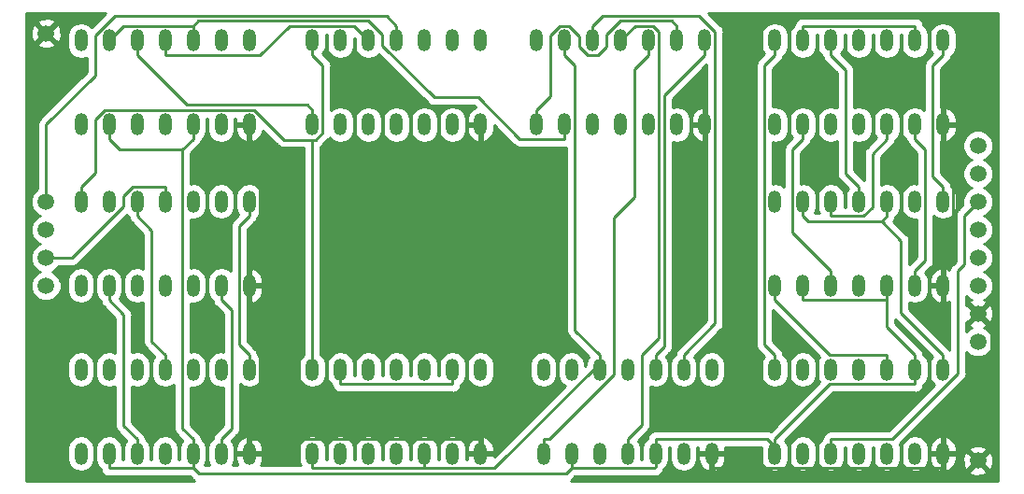
<source format=gbr>
G04 #@! TF.GenerationSoftware,KiCad,Pcbnew,(5.0.0)*
G04 #@! TF.CreationDate,2018-09-20T19:37:14-04:00*
G04 #@! TF.ProjectId,Register,52656769737465722E6B696361645F70,rev?*
G04 #@! TF.SameCoordinates,Original*
G04 #@! TF.FileFunction,Copper,L2,Bot,Signal*
G04 #@! TF.FilePolarity,Positive*
%FSLAX46Y46*%
G04 Gerber Fmt 4.6, Leading zero omitted, Abs format (unit mm)*
G04 Created by KiCad (PCBNEW (5.0.0)) date 09/20/18 19:37:14*
%MOMM*%
%LPD*%
G01*
G04 APERTURE LIST*
G04 #@! TA.AperFunction,ComponentPad*
%ADD10C,1.500000*%
G04 #@! TD*
G04 #@! TA.AperFunction,ComponentPad*
%ADD11O,1.200000X2.000000*%
G04 #@! TD*
G04 #@! TA.AperFunction,Conductor*
%ADD12C,0.250000*%
G04 #@! TD*
G04 #@! TA.AperFunction,Conductor*
%ADD13C,0.254000*%
G04 #@! TD*
G04 APERTURE END LIST*
D10*
G04 #@! TO.P, ,1*
G04 #@! TO.N,GND*
X167640000Y-109855000D03*
G04 #@! TD*
G04 #@! TO.P, ,1*
G04 #@! TO.N,GND*
X83185000Y-71120000D03*
G04 #@! TD*
G04 #@! TO.P,J1,1*
G04 #@! TO.N,Q3*
X83185000Y-93980000D03*
G04 #@! TO.P,J1,2*
G04 #@! TO.N,Q2*
X83185000Y-91440000D03*
G04 #@! TO.P,J1,3*
G04 #@! TO.N,Q1*
X83185000Y-88900000D03*
G04 #@! TO.P,J1,4*
G04 #@! TO.N,Q0*
X83185000Y-86360000D03*
G04 #@! TD*
G04 #@! TO.P,J2,1*
G04 #@! TO.N,Net-(J2-Pad1)*
X167640000Y-99060000D03*
G04 #@! TO.P,J2,2*
G04 #@! TO.N,GND*
X167640000Y-96520000D03*
G04 #@! TO.P,J2,3*
G04 #@! TO.N,VCC*
X167640000Y-93980000D03*
G04 #@! TO.P,J2,4*
G04 #@! TO.N,Clock*
X167640000Y-91440000D03*
G04 #@! TO.P,J2,5*
G04 #@! TO.N,D3*
X167640000Y-88900000D03*
G04 #@! TO.P,J2,6*
G04 #@! TO.N,D2*
X167640000Y-86360000D03*
G04 #@! TO.P,J2,7*
G04 #@! TO.N,D1*
X167640000Y-83820000D03*
G04 #@! TO.P,J2,8*
G04 #@! TO.N,D0*
X167640000Y-81280000D03*
G04 #@! TD*
D11*
G04 #@! TO.P,U1,14*
G04 #@! TO.N,VCC*
X107315000Y-71755000D03*
G04 #@! TO.P,U1,1*
G04 #@! TO.N,/D_Flip-Flop/sheet5BAD013C/D*
X107315000Y-79375000D03*
G04 #@! TO.P,U1,13*
G04 #@! TO.N,/D_Flip-Flop/QN*
X109855000Y-71755000D03*
G04 #@! TO.P,U1,2*
G04 #@! TO.N,/D_Flip-Flop/D_Latch/RS-Latch/R*
X109855000Y-79375000D03*
G04 #@! TO.P,U1,12*
G04 #@! TO.N,/D_Flip-Flop/sheet5BAD013C/RS-Latch/S*
X112395000Y-71755000D03*
G04 #@! TO.P,U1,3*
G04 #@! TO.N,/D_Flip-Flop/D_Latch/QN*
X112395000Y-79375000D03*
G04 #@! TO.P,U1,11*
G04 #@! TO.N,Q0*
X114935000Y-71755000D03*
G04 #@! TO.P,U1,4*
G04 #@! TO.N,/D_Flip-Flop/D_Latch/QN*
X114935000Y-79375000D03*
G04 #@! TO.P,U1,10*
G04 #@! TO.N,Q0*
X117475000Y-71755000D03*
G04 #@! TO.P,U1,5*
G04 #@! TO.N,/D_Flip-Flop/sheet5BAD013C/D*
X117475000Y-79375000D03*
G04 #@! TO.P,U1,9*
G04 #@! TO.N,/D_Flip-Flop/QN*
X120015000Y-71755000D03*
G04 #@! TO.P,U1,6*
G04 #@! TO.N,/D_Flip-Flop/D_Latch/RS-Latch/S*
X120015000Y-79375000D03*
G04 #@! TO.P,U1,8*
G04 #@! TO.N,/D_Flip-Flop/sheet5BAD013C/RS-Latch/R*
X122555000Y-71755000D03*
G04 #@! TO.P,U1,7*
G04 #@! TO.N,GND*
X122555000Y-79375000D03*
G04 #@! TD*
G04 #@! TO.P,U2,7*
G04 #@! TO.N,GND*
X122555000Y-109220000D03*
G04 #@! TO.P,U2,8*
G04 #@! TO.N,/sheet5BAD03B0/sheet5BAD013C/RS-Latch/R*
X122555000Y-101600000D03*
G04 #@! TO.P,U2,6*
G04 #@! TO.N,/sheet5BAD03B0/D_Latch/RS-Latch/S*
X120015000Y-109220000D03*
G04 #@! TO.P,U2,9*
G04 #@! TO.N,/sheet5BAD03B0/QN*
X120015000Y-101600000D03*
G04 #@! TO.P,U2,5*
G04 #@! TO.N,/sheet5BAD03B0/sheet5BAD013C/D*
X117475000Y-109220000D03*
G04 #@! TO.P,U2,10*
G04 #@! TO.N,Q1*
X117475000Y-101600000D03*
G04 #@! TO.P,U2,4*
G04 #@! TO.N,/sheet5BAD03B0/D_Latch/QN*
X114935000Y-109220000D03*
G04 #@! TO.P,U2,11*
G04 #@! TO.N,Q1*
X114935000Y-101600000D03*
G04 #@! TO.P,U2,3*
G04 #@! TO.N,/sheet5BAD03B0/D_Latch/QN*
X112395000Y-109220000D03*
G04 #@! TO.P,U2,12*
G04 #@! TO.N,/sheet5BAD03B0/sheet5BAD013C/RS-Latch/S*
X112395000Y-101600000D03*
G04 #@! TO.P,U2,2*
G04 #@! TO.N,/sheet5BAD03B0/D_Latch/RS-Latch/R*
X109855000Y-109220000D03*
G04 #@! TO.P,U2,13*
G04 #@! TO.N,/sheet5BAD03B0/QN*
X109855000Y-101600000D03*
G04 #@! TO.P,U2,1*
G04 #@! TO.N,/sheet5BAD03B0/sheet5BAD013C/D*
X107315000Y-109220000D03*
G04 #@! TO.P,U2,14*
G04 #@! TO.N,VCC*
X107315000Y-101600000D03*
G04 #@! TD*
G04 #@! TO.P,U3,14*
G04 #@! TO.N,VCC*
X86360000Y-86360000D03*
G04 #@! TO.P,U3,1*
G04 #@! TO.N,/sheet5BAD03B9/sheet5BAD013C/D*
X86360000Y-93980000D03*
G04 #@! TO.P,U3,13*
G04 #@! TO.N,/sheet5BAD03B9/QN*
X88900000Y-86360000D03*
G04 #@! TO.P,U3,2*
G04 #@! TO.N,/sheet5BAD03B9/D_Latch/RS-Latch/R*
X88900000Y-93980000D03*
G04 #@! TO.P,U3,12*
G04 #@! TO.N,/sheet5BAD03B9/sheet5BAD013C/RS-Latch/S*
X91440000Y-86360000D03*
G04 #@! TO.P,U3,3*
G04 #@! TO.N,/sheet5BAD03B9/D_Latch/QN*
X91440000Y-93980000D03*
G04 #@! TO.P,U3,11*
G04 #@! TO.N,Q2*
X93980000Y-86360000D03*
G04 #@! TO.P,U3,4*
G04 #@! TO.N,/sheet5BAD03B9/D_Latch/QN*
X93980000Y-93980000D03*
G04 #@! TO.P,U3,10*
G04 #@! TO.N,Q2*
X96520000Y-86360000D03*
G04 #@! TO.P,U3,5*
G04 #@! TO.N,/sheet5BAD03B9/sheet5BAD013C/D*
X96520000Y-93980000D03*
G04 #@! TO.P,U3,9*
G04 #@! TO.N,/sheet5BAD03B9/QN*
X99060000Y-86360000D03*
G04 #@! TO.P,U3,6*
G04 #@! TO.N,/sheet5BAD03B9/D_Latch/RS-Latch/S*
X99060000Y-93980000D03*
G04 #@! TO.P,U3,8*
G04 #@! TO.N,/sheet5BAD03B9/sheet5BAD013C/RS-Latch/R*
X101600000Y-86360000D03*
G04 #@! TO.P,U3,7*
G04 #@! TO.N,GND*
X101600000Y-93980000D03*
G04 #@! TD*
G04 #@! TO.P,U4,7*
G04 #@! TO.N,GND*
X164465000Y-79375000D03*
G04 #@! TO.P,U4,8*
G04 #@! TO.N,/sheet5BAD03C0/sheet5BAD013C/RS-Latch/R*
X164465000Y-71755000D03*
G04 #@! TO.P,U4,6*
G04 #@! TO.N,/sheet5BAD03C0/D_Latch/RS-Latch/S*
X161925000Y-79375000D03*
G04 #@! TO.P,U4,9*
G04 #@! TO.N,/sheet5BAD03C0/QN*
X161925000Y-71755000D03*
G04 #@! TO.P,U4,5*
G04 #@! TO.N,/sheet5BAD03C0/sheet5BAD013C/D*
X159385000Y-79375000D03*
G04 #@! TO.P,U4,10*
G04 #@! TO.N,Q3*
X159385000Y-71755000D03*
G04 #@! TO.P,U4,4*
G04 #@! TO.N,/sheet5BAD03C0/D_Latch/QN*
X156845000Y-79375000D03*
G04 #@! TO.P,U4,11*
G04 #@! TO.N,Q3*
X156845000Y-71755000D03*
G04 #@! TO.P,U4,3*
G04 #@! TO.N,/sheet5BAD03C0/D_Latch/QN*
X154305000Y-79375000D03*
G04 #@! TO.P,U4,12*
G04 #@! TO.N,/sheet5BAD03C0/sheet5BAD013C/RS-Latch/S*
X154305000Y-71755000D03*
G04 #@! TO.P,U4,2*
G04 #@! TO.N,/sheet5BAD03C0/D_Latch/RS-Latch/R*
X151765000Y-79375000D03*
G04 #@! TO.P,U4,13*
G04 #@! TO.N,/sheet5BAD03C0/QN*
X151765000Y-71755000D03*
G04 #@! TO.P,U4,1*
G04 #@! TO.N,/sheet5BAD03C0/sheet5BAD013C/D*
X149225000Y-79375000D03*
G04 #@! TO.P,U4,14*
G04 #@! TO.N,VCC*
X149225000Y-71755000D03*
G04 #@! TD*
G04 #@! TO.P,U5,14*
G04 #@! TO.N,VCC*
X127635000Y-71755000D03*
G04 #@! TO.P,U5,1*
G04 #@! TO.N,Clock*
X127635000Y-79375000D03*
G04 #@! TO.P,U5,13*
G04 #@! TO.N,/sheet5BAD03B0/sheet5BAD013C/D*
X130175000Y-71755000D03*
G04 #@! TO.P,U5,2*
G04 #@! TO.N,/D_Flip-Flop/sheet5BAD013C/C*
X130175000Y-79375000D03*
G04 #@! TO.P,U5,12*
G04 #@! TO.N,Net-(U5-Pad12)*
X132715000Y-71755000D03*
G04 #@! TO.P,U5,3*
G04 #@! TO.N,D0*
X132715000Y-79375000D03*
G04 #@! TO.P,U5,11*
G04 #@! TO.N,D1*
X135255000Y-71755000D03*
G04 #@! TO.P,U5,4*
G04 #@! TO.N,Net-(U5-Pad4)*
X135255000Y-79375000D03*
G04 #@! TO.P,U5,10*
G04 #@! TO.N,Net-(U5-Pad10)*
X137795000Y-71755000D03*
G04 #@! TO.P,U5,5*
G04 #@! TO.N,/D_Flip-Flop/sheet5BAD013C/D*
X137795000Y-79375000D03*
G04 #@! TO.P,U5,9*
G04 #@! TO.N,Clock*
X140335000Y-71755000D03*
G04 #@! TO.P,U5,6*
G04 #@! TO.N,Net-(U5-Pad6)*
X140335000Y-79375000D03*
G04 #@! TO.P,U5,8*
G04 #@! TO.N,/sheet5BAD03B0/sheet5BAD013C/C*
X142875000Y-71755000D03*
G04 #@! TO.P,U5,7*
G04 #@! TO.N,GND*
X142875000Y-79375000D03*
G04 #@! TD*
G04 #@! TO.P,U6,7*
G04 #@! TO.N,GND*
X164465000Y-109220000D03*
G04 #@! TO.P,U6,8*
G04 #@! TO.N,/sheet5BAD03C0/sheet5BAD013C/C*
X164465000Y-101600000D03*
G04 #@! TO.P,U6,6*
G04 #@! TO.N,Net-(U6-Pad6)*
X161925000Y-109220000D03*
G04 #@! TO.P,U6,9*
G04 #@! TO.N,Clock*
X161925000Y-101600000D03*
G04 #@! TO.P,U6,5*
G04 #@! TO.N,/sheet5BAD03B9/sheet5BAD013C/D*
X159385000Y-109220000D03*
G04 #@! TO.P,U6,10*
G04 #@! TO.N,Net-(U10-Pad1)*
X159385000Y-101600000D03*
G04 #@! TO.P,U6,4*
G04 #@! TO.N,Net-(U6-Pad4)*
X156845000Y-109220000D03*
G04 #@! TO.P,U6,11*
G04 #@! TO.N,D3*
X156845000Y-101600000D03*
G04 #@! TO.P,U6,3*
G04 #@! TO.N,D2*
X154305000Y-109220000D03*
G04 #@! TO.P,U6,12*
G04 #@! TO.N,Net-(U10-Pad9)*
X154305000Y-101600000D03*
G04 #@! TO.P,U6,2*
G04 #@! TO.N,/sheet5BAD03B9/sheet5BAD013C/C*
X151765000Y-109220000D03*
G04 #@! TO.P,U6,13*
G04 #@! TO.N,/sheet5BAD03C0/sheet5BAD013C/D*
X151765000Y-101600000D03*
G04 #@! TO.P,U6,1*
G04 #@! TO.N,Clock*
X149225000Y-109220000D03*
G04 #@! TO.P,U6,14*
G04 #@! TO.N,VCC*
X149225000Y-101600000D03*
G04 #@! TD*
G04 #@! TO.P,U7,14*
G04 #@! TO.N,Net-(U7-Pad14)*
X86360000Y-71755000D03*
G04 #@! TO.P,U7,1*
G04 #@! TO.N,Net-(U5-Pad4)*
X86360000Y-79375000D03*
G04 #@! TO.P,U7,13*
G04 #@! TO.N,/D_Flip-Flop/sheet5BAD013C/C*
X88900000Y-71755000D03*
G04 #@! TO.P,U7,2*
G04 #@! TO.N,Clock*
X88900000Y-79375000D03*
G04 #@! TO.P,U7,12*
G04 #@! TO.N,/D_Flip-Flop/sheet5BAD013C/D*
X91440000Y-71755000D03*
G04 #@! TO.P,U7,3*
G04 #@! TO.N,/D_Flip-Flop/D_Latch/RS-Latch/R*
X91440000Y-79375000D03*
G04 #@! TO.P,U7,11*
G04 #@! TO.N,/D_Flip-Flop/sheet5BAD013C/RS-Latch/S*
X93980000Y-71755000D03*
G04 #@! TO.P,U7,4*
G04 #@! TO.N,D0*
X93980000Y-79375000D03*
G04 #@! TO.P,U7,10*
G04 #@! TO.N,/D_Flip-Flop/sheet5BAD013C/C*
X96520000Y-71755000D03*
G04 #@! TO.P,U7,5*
G04 #@! TO.N,Clock*
X96520000Y-79375000D03*
G04 #@! TO.P,U7,9*
G04 #@! TO.N,Net-(U5-Pad6)*
X99060000Y-71755000D03*
G04 #@! TO.P,U7,6*
G04 #@! TO.N,/D_Flip-Flop/D_Latch/RS-Latch/S*
X99060000Y-79375000D03*
G04 #@! TO.P,U7,8*
G04 #@! TO.N,/D_Flip-Flop/sheet5BAD013C/RS-Latch/R*
X101600000Y-71755000D03*
G04 #@! TO.P,U7,7*
G04 #@! TO.N,GND*
X101600000Y-79375000D03*
G04 #@! TD*
G04 #@! TO.P,U8,7*
G04 #@! TO.N,GND*
X143510000Y-109220000D03*
G04 #@! TO.P,U8,8*
G04 #@! TO.N,/sheet5BAD03B0/sheet5BAD013C/RS-Latch/R*
X143510000Y-101600000D03*
G04 #@! TO.P,U8,6*
G04 #@! TO.N,/sheet5BAD03B0/D_Latch/RS-Latch/S*
X140970000Y-109220000D03*
G04 #@! TO.P,U8,9*
G04 #@! TO.N,Net-(U5-Pad12)*
X140970000Y-101600000D03*
G04 #@! TO.P,U8,5*
G04 #@! TO.N,Clock*
X138430000Y-109220000D03*
G04 #@! TO.P,U8,10*
G04 #@! TO.N,/sheet5BAD03B0/sheet5BAD013C/C*
X138430000Y-101600000D03*
G04 #@! TO.P,U8,4*
G04 #@! TO.N,D1*
X135890000Y-109220000D03*
G04 #@! TO.P,U8,11*
G04 #@! TO.N,/sheet5BAD03B0/sheet5BAD013C/RS-Latch/S*
X135890000Y-101600000D03*
G04 #@! TO.P,U8,3*
G04 #@! TO.N,/sheet5BAD03B0/D_Latch/RS-Latch/R*
X133350000Y-109220000D03*
G04 #@! TO.P,U8,12*
G04 #@! TO.N,/sheet5BAD03B0/sheet5BAD013C/D*
X133350000Y-101600000D03*
G04 #@! TO.P,U8,2*
G04 #@! TO.N,Clock*
X130810000Y-109220000D03*
G04 #@! TO.P,U8,13*
G04 #@! TO.N,/sheet5BAD03B0/sheet5BAD013C/C*
X130810000Y-101600000D03*
G04 #@! TO.P,U8,1*
G04 #@! TO.N,Net-(U5-Pad10)*
X128270000Y-109220000D03*
G04 #@! TO.P,U8,14*
G04 #@! TO.N,Net-(U8-Pad14)*
X128270000Y-101600000D03*
G04 #@! TD*
G04 #@! TO.P,U9,14*
G04 #@! TO.N,Net-(U9-Pad14)*
X86360000Y-101600000D03*
G04 #@! TO.P,U9,1*
G04 #@! TO.N,Net-(U6-Pad4)*
X86360000Y-109220000D03*
G04 #@! TO.P,U9,13*
G04 #@! TO.N,/sheet5BAD03B9/sheet5BAD013C/C*
X88900000Y-101600000D03*
G04 #@! TO.P,U9,2*
G04 #@! TO.N,Clock*
X88900000Y-109220000D03*
G04 #@! TO.P,U9,12*
G04 #@! TO.N,/sheet5BAD03B9/sheet5BAD013C/D*
X91440000Y-101600000D03*
G04 #@! TO.P,U9,3*
G04 #@! TO.N,/sheet5BAD03B9/D_Latch/RS-Latch/R*
X91440000Y-109220000D03*
G04 #@! TO.P,U9,11*
G04 #@! TO.N,/sheet5BAD03B9/sheet5BAD013C/RS-Latch/S*
X93980000Y-101600000D03*
G04 #@! TO.P,U9,4*
G04 #@! TO.N,D2*
X93980000Y-109220000D03*
G04 #@! TO.P,U9,10*
G04 #@! TO.N,/sheet5BAD03B9/sheet5BAD013C/C*
X96520000Y-101600000D03*
G04 #@! TO.P,U9,5*
G04 #@! TO.N,Clock*
X96520000Y-109220000D03*
G04 #@! TO.P,U9,9*
G04 #@! TO.N,Net-(U6-Pad6)*
X99060000Y-101600000D03*
G04 #@! TO.P,U9,6*
G04 #@! TO.N,/sheet5BAD03B9/D_Latch/RS-Latch/S*
X99060000Y-109220000D03*
G04 #@! TO.P,U9,8*
G04 #@! TO.N,/sheet5BAD03B9/sheet5BAD013C/RS-Latch/R*
X101600000Y-101600000D03*
G04 #@! TO.P,U9,7*
G04 #@! TO.N,GND*
X101600000Y-109220000D03*
G04 #@! TD*
G04 #@! TO.P,U10,7*
G04 #@! TO.N,GND*
X164465000Y-93980000D03*
G04 #@! TO.P,U10,8*
G04 #@! TO.N,/sheet5BAD03C0/sheet5BAD013C/RS-Latch/R*
X164465000Y-86360000D03*
G04 #@! TO.P,U10,6*
G04 #@! TO.N,/sheet5BAD03C0/D_Latch/RS-Latch/S*
X161925000Y-93980000D03*
G04 #@! TO.P,U10,9*
G04 #@! TO.N,Net-(U10-Pad9)*
X161925000Y-86360000D03*
G04 #@! TO.P,U10,5*
G04 #@! TO.N,Clock*
X159385000Y-93980000D03*
G04 #@! TO.P,U10,10*
G04 #@! TO.N,/sheet5BAD03C0/sheet5BAD013C/C*
X159385000Y-86360000D03*
G04 #@! TO.P,U10,4*
G04 #@! TO.N,D3*
X156845000Y-93980000D03*
G04 #@! TO.P,U10,11*
G04 #@! TO.N,/sheet5BAD03C0/sheet5BAD013C/RS-Latch/S*
X156845000Y-86360000D03*
G04 #@! TO.P,U10,3*
G04 #@! TO.N,/sheet5BAD03C0/D_Latch/RS-Latch/R*
X154305000Y-93980000D03*
G04 #@! TO.P,U10,12*
G04 #@! TO.N,/sheet5BAD03C0/sheet5BAD013C/D*
X154305000Y-86360000D03*
G04 #@! TO.P,U10,2*
G04 #@! TO.N,Clock*
X151765000Y-93980000D03*
G04 #@! TO.P,U10,13*
G04 #@! TO.N,/sheet5BAD03C0/sheet5BAD013C/C*
X151765000Y-86360000D03*
G04 #@! TO.P,U10,1*
G04 #@! TO.N,Net-(U10-Pad1)*
X149225000Y-93980000D03*
G04 #@! TO.P,U10,14*
G04 #@! TO.N,Net-(U10-Pad14)*
X149225000Y-86360000D03*
G04 #@! TD*
D12*
G04 #@! TO.N,Q2*
X93980000Y-86360000D02*
X93980000Y-85034700D01*
X93980000Y-85034700D02*
X91007400Y-85034700D01*
X91007400Y-85034700D02*
X90170000Y-85872100D01*
X90170000Y-85872100D02*
X90170000Y-86843000D01*
X90170000Y-86843000D02*
X85573000Y-91440000D01*
X85573000Y-91440000D02*
X83185000Y-91440000D01*
G04 #@! TO.N,Q0*
X114935000Y-70429700D02*
X114031000Y-69525700D01*
X114935000Y-71755000D02*
X114935000Y-70429700D01*
X83185000Y-79375000D02*
X83185000Y-86360000D01*
X114031000Y-69525700D02*
X89399300Y-69525700D01*
X89399300Y-69525700D02*
X87630000Y-71295000D01*
X87630000Y-71295000D02*
X87630000Y-74930000D01*
X87630000Y-74930000D02*
X83185000Y-79375000D01*
G04 #@! TO.N,Clock*
X138430000Y-109220000D02*
X138430000Y-107894700D01*
X149225000Y-108557300D02*
X148562400Y-107894700D01*
X148562400Y-107894700D02*
X138430000Y-107894700D01*
X149225000Y-108557300D02*
X149225000Y-107894700D01*
X149225000Y-109220000D02*
X149225000Y-108557300D01*
X88900000Y-109220000D02*
X88900000Y-110545300D01*
X96520000Y-110545300D02*
X88900000Y-110545300D01*
X96520000Y-110432700D02*
X96520000Y-110545300D01*
X96520000Y-109220000D02*
X96520000Y-110432700D01*
X130810000Y-110545200D02*
X130319700Y-111035500D01*
X130319700Y-111035500D02*
X97010200Y-111035500D01*
X97010200Y-111035500D02*
X96520000Y-110545300D01*
X130810000Y-109220000D02*
X130810000Y-110432700D01*
X130810000Y-110545200D02*
X130810000Y-110545300D01*
X130810000Y-110432700D02*
X130810000Y-110545200D01*
X138430000Y-110432700D02*
X138317400Y-110545300D01*
X138317400Y-110545300D02*
X130810000Y-110545300D01*
X95567600Y-81652700D02*
X96520000Y-80700300D01*
X96520000Y-107894700D02*
X95567600Y-106942300D01*
X95567600Y-106942300D02*
X95567600Y-81652700D01*
X95567600Y-81652700D02*
X89852400Y-81652700D01*
X89852400Y-81652700D02*
X88900000Y-80700300D01*
X88900000Y-79375000D02*
X88900000Y-80700300D01*
X96520000Y-79375000D02*
X96520000Y-80700300D01*
X96520000Y-109220000D02*
X96520000Y-107894700D01*
X140335000Y-70429700D02*
X139884700Y-69979400D01*
X139884700Y-69979400D02*
X135247000Y-69979400D01*
X135247000Y-69979400D02*
X133985000Y-71241400D01*
X133985000Y-71241400D02*
X133985000Y-72285200D01*
X133985000Y-72285200D02*
X133189800Y-73080400D01*
X133189800Y-73080400D02*
X132281500Y-73080400D01*
X132281500Y-73080400D02*
X131553600Y-72352500D01*
X131553600Y-72352500D02*
X131553600Y-71416500D01*
X131553600Y-71416500D02*
X130566700Y-70429600D01*
X130566700Y-70429600D02*
X129766900Y-70429600D01*
X129766900Y-70429600D02*
X128850000Y-71346500D01*
X128850000Y-71346500D02*
X128850000Y-76834700D01*
X128850000Y-76834700D02*
X127635000Y-78049700D01*
X140335000Y-71755000D02*
X140335000Y-70429700D01*
X127635000Y-79375000D02*
X127635000Y-78049700D01*
X161925000Y-101600000D02*
X161925000Y-100274700D01*
X159385000Y-95305300D02*
X159385000Y-97734700D01*
X159385000Y-97734700D02*
X161925000Y-100274700D01*
X151765000Y-95305300D02*
X159385000Y-95305300D01*
X138430000Y-109220000D02*
X138430000Y-110432700D01*
X161925000Y-101600000D02*
X161925000Y-102925300D01*
X161925000Y-102925300D02*
X154194400Y-102925300D01*
X154194400Y-102925300D02*
X149225000Y-107894700D01*
X159385000Y-93980000D02*
X159385000Y-95305300D01*
X151765000Y-93980000D02*
X151765000Y-95305300D01*
G04 #@! TO.N,D2*
X154305000Y-109220000D02*
X154305000Y-107894700D01*
X154305000Y-107894700D02*
X159879000Y-107894700D01*
X159879000Y-107894700D02*
X165840700Y-101933000D01*
X165840700Y-101933000D02*
X165840700Y-92604300D01*
X165840700Y-92604300D02*
X166370000Y-92075000D01*
X166370000Y-87630000D02*
X167640000Y-86360000D01*
X166370000Y-92075000D02*
X166370000Y-87630000D01*
G04 #@! TO.N,D1*
X135890000Y-109220000D02*
X135890000Y-107894700D01*
X135890000Y-107894700D02*
X137169800Y-106614900D01*
X137169800Y-106614900D02*
X137169800Y-100297200D01*
X137169800Y-100297200D02*
X138740400Y-98726600D01*
X138740400Y-98726600D02*
X138740400Y-70938100D01*
X138740400Y-70938100D02*
X138232000Y-70429700D01*
X138232000Y-70429700D02*
X136580300Y-70429700D01*
X136580300Y-70429700D02*
X135255000Y-71755000D01*
G04 #@! TO.N,/sheet5BAD03B0/sheet5BAD013C/D*
X107315000Y-109220000D02*
X107315000Y-110545300D01*
X107315000Y-110545300D02*
X117475000Y-110545300D01*
X117475000Y-109220000D02*
X117475000Y-110545300D01*
X133350000Y-101025000D02*
X123829700Y-110545300D01*
X123829700Y-110545300D02*
X117475000Y-110545300D01*
X133350000Y-101025000D02*
X133350000Y-100274700D01*
X133350000Y-101600000D02*
X133350000Y-101025000D01*
X130175000Y-71755000D02*
X130175000Y-73080300D01*
X133350000Y-100274700D02*
X131103200Y-98027900D01*
X131103200Y-98027900D02*
X131103200Y-74008500D01*
X131103200Y-74008500D02*
X130175000Y-73080300D01*
G04 #@! TO.N,/D_Flip-Flop/sheet5BAD013C/C*
X96520000Y-70429800D02*
X96973500Y-69976300D01*
X96973500Y-69976300D02*
X112393900Y-69976300D01*
X112393900Y-69976300D02*
X113665000Y-71247400D01*
X113665000Y-71247400D02*
X113665000Y-72227800D01*
X113665000Y-72227800D02*
X118366300Y-76929100D01*
X118366300Y-76929100D02*
X122347000Y-76929100D01*
X122347000Y-76929100D02*
X126118200Y-80700300D01*
X126118200Y-80700300D02*
X130175000Y-80700300D01*
X130175000Y-79375000D02*
X130175000Y-80700300D01*
X96520000Y-70429800D02*
X96520000Y-70429700D01*
X96520000Y-71755000D02*
X96520000Y-70542300D01*
X96520000Y-70542300D02*
X96520000Y-70429800D01*
X96520000Y-70429700D02*
X90225300Y-70429700D01*
X90225300Y-70429700D02*
X88900000Y-71755000D01*
G04 #@! TO.N,/D_Flip-Flop/sheet5BAD013C/D*
X107315000Y-78049700D02*
X106864700Y-77599400D01*
X106864700Y-77599400D02*
X95959100Y-77599400D01*
X95959100Y-77599400D02*
X91440000Y-73080300D01*
X91440000Y-71755000D02*
X91440000Y-73080300D01*
X107315000Y-79375000D02*
X107315000Y-78049700D01*
G04 #@! TO.N,/sheet5BAD03B0/sheet5BAD013C/C*
X142875000Y-71755000D02*
X142875000Y-73080300D01*
X138430000Y-101600000D02*
X138430000Y-100274700D01*
X138430000Y-100274700D02*
X139190800Y-99513900D01*
X139190800Y-99513900D02*
X139190800Y-76764500D01*
X139190800Y-76764500D02*
X142875000Y-73080300D01*
G04 #@! TO.N,/D_Flip-Flop/sheet5BAD013C/RS-Latch/S*
X93980000Y-71755000D02*
X93980000Y-73080300D01*
X93980000Y-73080300D02*
X102587500Y-73080300D01*
X102587500Y-73080300D02*
X105241100Y-70426700D01*
X105241100Y-70426700D02*
X111066700Y-70426700D01*
X111066700Y-70426700D02*
X112395000Y-71755000D01*
G04 #@! TO.N,/sheet5BAD03B0/QN*
X120015000Y-101600000D02*
X120015000Y-102925300D01*
X109855000Y-101600000D02*
X109855000Y-102925300D01*
X109855000Y-102925300D02*
X120015000Y-102925300D01*
G04 #@! TO.N,/sheet5BAD03C0/sheet5BAD013C/C*
X158911700Y-88158600D02*
X159385000Y-87685300D01*
X151765000Y-87685300D02*
X152238300Y-88158600D01*
X152238300Y-88158600D02*
X158911700Y-88158600D01*
X158911700Y-88158600D02*
X160655000Y-89901900D01*
X160655000Y-89901900D02*
X160655000Y-96464700D01*
X160655000Y-96464700D02*
X164465000Y-100274700D01*
X164465000Y-101600000D02*
X164465000Y-100274700D01*
X159385000Y-86360000D02*
X159385000Y-87685300D01*
X151765000Y-86360000D02*
X151765000Y-87685300D01*
G04 #@! TO.N,/sheet5BAD03C0/sheet5BAD013C/D*
X154305000Y-86360000D02*
X154305000Y-87685300D01*
X159385000Y-79375000D02*
X159385000Y-80700300D01*
X159385000Y-80700300D02*
X158059700Y-82025600D01*
X158059700Y-82025600D02*
X158059700Y-86874300D01*
X158059700Y-86874300D02*
X157248700Y-87685300D01*
X157248700Y-87685300D02*
X154305000Y-87685300D01*
G04 #@! TO.N,/sheet5BAD03B9/D_Latch/RS-Latch/R*
X88900000Y-93980000D02*
X88900000Y-95305300D01*
X91440000Y-109220000D02*
X91440000Y-107894700D01*
X91440000Y-107894700D02*
X90225000Y-106679700D01*
X90225000Y-106679700D02*
X90225000Y-96630300D01*
X90225000Y-96630300D02*
X88900000Y-95305300D01*
G04 #@! TO.N,/sheet5BAD03B9/sheet5BAD013C/RS-Latch/S*
X91440000Y-86360000D02*
X91440000Y-87685300D01*
X93980000Y-101600000D02*
X93980000Y-100274700D01*
X93980000Y-100274700D02*
X92765000Y-99059700D01*
X92765000Y-99059700D02*
X92765000Y-89010300D01*
X92765000Y-89010300D02*
X91440000Y-87685300D01*
G04 #@! TO.N,/sheet5BAD03B9/D_Latch/RS-Latch/S*
X99060000Y-93980000D02*
X99060000Y-95305300D01*
X99060000Y-109220000D02*
X99060000Y-107894700D01*
X99060000Y-107894700D02*
X99992700Y-106962000D01*
X99992700Y-106962000D02*
X99992700Y-96238000D01*
X99992700Y-96238000D02*
X99060000Y-95305300D01*
G04 #@! TO.N,/sheet5BAD03B9/sheet5BAD013C/RS-Latch/R*
X101600000Y-86360000D02*
X101600000Y-87685300D01*
X101600000Y-101600000D02*
X101600000Y-100274700D01*
X101600000Y-100274700D02*
X100674700Y-99349400D01*
X100674700Y-99349400D02*
X100674700Y-88610600D01*
X100674700Y-88610600D02*
X101600000Y-87685300D01*
G04 #@! TO.N,/sheet5BAD03C0/D_Latch/RS-Latch/R*
X151765000Y-79375000D02*
X151765000Y-80700300D01*
X154305000Y-93980000D02*
X154305000Y-92654700D01*
X154305000Y-92654700D02*
X150812600Y-89162300D01*
X150812600Y-89162300D02*
X150812600Y-81652700D01*
X150812600Y-81652700D02*
X151765000Y-80700300D01*
G04 #@! TO.N,/sheet5BAD03C0/sheet5BAD013C/RS-Latch/S*
X154305000Y-71755000D02*
X154305000Y-73080300D01*
X156845000Y-86360000D02*
X156845000Y-85034700D01*
X156845000Y-85034700D02*
X155630000Y-83819700D01*
X155630000Y-83819700D02*
X155630000Y-74405300D01*
X155630000Y-74405300D02*
X154305000Y-73080300D01*
G04 #@! TO.N,/sheet5BAD03C0/D_Latch/RS-Latch/S*
X161925000Y-79375000D02*
X161925000Y-80700300D01*
X161925000Y-93980000D02*
X161925000Y-92654700D01*
X161925000Y-92654700D02*
X162857700Y-91722000D01*
X162857700Y-91722000D02*
X162857700Y-81633000D01*
X162857700Y-81633000D02*
X161925000Y-80700300D01*
G04 #@! TO.N,/sheet5BAD03C0/sheet5BAD013C/RS-Latch/R*
X164465000Y-71755000D02*
X164465000Y-73080300D01*
X164465000Y-86360000D02*
X164465000Y-85034700D01*
X164465000Y-85034700D02*
X163512600Y-84082300D01*
X163512600Y-84082300D02*
X163512600Y-74032700D01*
X163512600Y-74032700D02*
X164465000Y-73080300D01*
G04 #@! TO.N,/sheet5BAD03C0/QN*
X161925000Y-71755000D02*
X161925000Y-70429700D01*
X151765000Y-71755000D02*
X151765000Y-70429700D01*
X151765000Y-70429700D02*
X161925000Y-70429700D01*
G04 #@! TO.N,GND*
X164465000Y-109220000D02*
X164465000Y-107894700D01*
X168881900Y-103477800D02*
X164465000Y-107894700D01*
X143510000Y-109220000D02*
X143510000Y-110545300D01*
X164465000Y-109220000D02*
X164465000Y-110545300D01*
X164465000Y-110545300D02*
X143510000Y-110545300D01*
X164465000Y-79375000D02*
X164465000Y-80700300D01*
X164465000Y-93980000D02*
X164465000Y-92654700D01*
X164465000Y-92654700D02*
X165390300Y-91729400D01*
X165390300Y-91729400D02*
X165390300Y-81625600D01*
X165390300Y-81625600D02*
X164465000Y-80700300D01*
X102582300Y-107894700D02*
X101600000Y-107894700D01*
X122555000Y-107894700D02*
X102582300Y-107894700D01*
X102582300Y-107894700D02*
X102582300Y-96287600D01*
X102582300Y-96287600D02*
X101600000Y-95305300D01*
X101600000Y-93980000D02*
X101600000Y-95305300D01*
X101600000Y-109220000D02*
X101600000Y-107894700D01*
X122555000Y-109220000D02*
X122555000Y-107894700D01*
X101600000Y-93980000D02*
X101600000Y-92654700D01*
X101600000Y-79375000D02*
X101600000Y-80700300D01*
X101600000Y-80700300D02*
X102538000Y-81638300D01*
X102538000Y-81638300D02*
X102538000Y-91716700D01*
X102538000Y-91716700D02*
X101600000Y-92654700D01*
X168881900Y-97761900D02*
X168881900Y-99695000D01*
X167640000Y-96520000D02*
X168881900Y-97761900D01*
X168881900Y-99088100D02*
X168881900Y-99695000D01*
X168881900Y-99695000D02*
X168881900Y-103477800D01*
G04 #@! TO.N,VCC*
X149225000Y-71755000D02*
X149225000Y-73080300D01*
X149225000Y-101600000D02*
X149225000Y-100274700D01*
X149225000Y-100274700D02*
X148289800Y-99339500D01*
X148289800Y-99339500D02*
X148289800Y-74015500D01*
X148289800Y-74015500D02*
X149225000Y-73080300D01*
X107315000Y-73080300D02*
X108267400Y-74032700D01*
X108267400Y-74032700D02*
X108267400Y-80153500D01*
X108267400Y-80153500D02*
X107672200Y-80748700D01*
X107672200Y-80748700D02*
X107315000Y-80748700D01*
X107315000Y-80748700D02*
X104745600Y-80748700D01*
X104745600Y-80748700D02*
X102046600Y-78049700D01*
X102046600Y-78049700D02*
X88512600Y-78049700D01*
X88512600Y-78049700D02*
X87630000Y-78932300D01*
X87630000Y-78932300D02*
X87630000Y-83764700D01*
X87630000Y-83764700D02*
X86360000Y-85034700D01*
X107315000Y-100274700D02*
X107315000Y-80748700D01*
X86360000Y-86360000D02*
X86360000Y-85034700D01*
X107315000Y-101600000D02*
X107315000Y-100274700D01*
X107315000Y-71755000D02*
X107315000Y-73080300D01*
G04 #@! TO.N,Net-(U5-Pad12)*
X140970000Y-100274700D02*
X143819600Y-97425100D01*
X143819600Y-97425100D02*
X143819600Y-70966400D01*
X143819600Y-70966400D02*
X142382300Y-69529100D01*
X142382300Y-69529100D02*
X133615600Y-69529100D01*
X133615600Y-69529100D02*
X132715000Y-70429700D01*
X132715000Y-71755000D02*
X132715000Y-70429700D01*
X140970000Y-101600000D02*
X140970000Y-100274700D01*
G04 #@! TO.N,Net-(U5-Pad10)*
X137795000Y-71755000D02*
X137795000Y-73080300D01*
X128270000Y-109220000D02*
X128270000Y-107894700D01*
X128270000Y-107894700D02*
X128767000Y-107894700D01*
X128767000Y-107894700D02*
X134620000Y-102041700D01*
X134620000Y-102041700D02*
X134620000Y-87846000D01*
X134620000Y-87846000D02*
X136525000Y-85941000D01*
X136525000Y-85941000D02*
X136525000Y-74350300D01*
X136525000Y-74350300D02*
X137795000Y-73080300D01*
G04 #@! TO.N,Net-(U10-Pad1)*
X159385000Y-101600000D02*
X159385000Y-100274700D01*
X149225000Y-93980000D02*
X149225000Y-95305300D01*
X149225000Y-95305300D02*
X154194400Y-100274700D01*
X154194400Y-100274700D02*
X159385000Y-100274700D01*
G04 #@! TD*
D13*
G04 #@! TO.N,GND*
G36*
X87304538Y-70545661D02*
X87250385Y-70464615D01*
X86841872Y-70191656D01*
X86360000Y-70095805D01*
X85878127Y-70191656D01*
X85469615Y-70464615D01*
X85196656Y-70873128D01*
X85125000Y-71233365D01*
X85125000Y-72276636D01*
X85196656Y-72636873D01*
X85469616Y-73045385D01*
X85878128Y-73318344D01*
X86360000Y-73414195D01*
X86841873Y-73318344D01*
X86870001Y-73299550D01*
X86870001Y-74615197D01*
X82700530Y-78784669D01*
X82637071Y-78827071D01*
X82469096Y-79078464D01*
X82425000Y-79300149D01*
X82425000Y-79300153D01*
X82410112Y-79375000D01*
X82425000Y-79449847D01*
X82425001Y-85175688D01*
X82400460Y-85185853D01*
X82010853Y-85575460D01*
X81800000Y-86084506D01*
X81800000Y-86635494D01*
X82010853Y-87144540D01*
X82400460Y-87534147D01*
X82631870Y-87630000D01*
X82400460Y-87725853D01*
X82010853Y-88115460D01*
X81800000Y-88624506D01*
X81800000Y-89175494D01*
X82010853Y-89684540D01*
X82400460Y-90074147D01*
X82631870Y-90170000D01*
X82400460Y-90265853D01*
X82010853Y-90655460D01*
X81800000Y-91164506D01*
X81800000Y-91715494D01*
X82010853Y-92224540D01*
X82400460Y-92614147D01*
X82631870Y-92710000D01*
X82400460Y-92805853D01*
X82010853Y-93195460D01*
X81800000Y-93704506D01*
X81800000Y-94255494D01*
X82010853Y-94764540D01*
X82400460Y-95154147D01*
X82909506Y-95365000D01*
X83460494Y-95365000D01*
X83969540Y-95154147D01*
X84359147Y-94764540D01*
X84570000Y-94255494D01*
X84570000Y-93704506D01*
X84468046Y-93458365D01*
X85125000Y-93458365D01*
X85125000Y-94501636D01*
X85196656Y-94861873D01*
X85469616Y-95270385D01*
X85878128Y-95543344D01*
X86360000Y-95639195D01*
X86841873Y-95543344D01*
X87250385Y-95270385D01*
X87523344Y-94861873D01*
X87595000Y-94501635D01*
X87595000Y-93458364D01*
X87523344Y-93098127D01*
X87250385Y-92689615D01*
X86841872Y-92416656D01*
X86360000Y-92320805D01*
X85878127Y-92416656D01*
X85469615Y-92689615D01*
X85196656Y-93098128D01*
X85125000Y-93458365D01*
X84468046Y-93458365D01*
X84359147Y-93195460D01*
X83969540Y-92805853D01*
X83738130Y-92710000D01*
X83969540Y-92614147D01*
X84359147Y-92224540D01*
X84369312Y-92200000D01*
X85498153Y-92200000D01*
X85573000Y-92214888D01*
X85647847Y-92200000D01*
X85647852Y-92200000D01*
X85869537Y-92155904D01*
X86120929Y-91987929D01*
X86163331Y-91924470D01*
X90504675Y-87583127D01*
X90549616Y-87650385D01*
X90674806Y-87734034D01*
X90724097Y-87981837D01*
X90842206Y-88158599D01*
X90892072Y-88233229D01*
X90955528Y-88275629D01*
X92005001Y-89325103D01*
X92005001Y-92472201D01*
X91921872Y-92416656D01*
X91440000Y-92320805D01*
X90958127Y-92416656D01*
X90549615Y-92689615D01*
X90276656Y-93098128D01*
X90205000Y-93458365D01*
X90205000Y-94501636D01*
X90276656Y-94861873D01*
X90549616Y-95270385D01*
X90958128Y-95543344D01*
X91440000Y-95639195D01*
X91921873Y-95543344D01*
X92005000Y-95487800D01*
X92005000Y-98984853D01*
X91990112Y-99059700D01*
X92005000Y-99134547D01*
X92005000Y-99134551D01*
X92049096Y-99356236D01*
X92217071Y-99607629D01*
X92280530Y-99650031D01*
X93029733Y-100399235D01*
X92816656Y-100718128D01*
X92745000Y-101078365D01*
X92745000Y-102121636D01*
X92816656Y-102481873D01*
X93089616Y-102890385D01*
X93498128Y-103163344D01*
X93980000Y-103259195D01*
X94461873Y-103163344D01*
X94807600Y-102932336D01*
X94807600Y-106867453D01*
X94792712Y-106942300D01*
X94807600Y-107017147D01*
X94807600Y-107017151D01*
X94851696Y-107238836D01*
X95019671Y-107490229D01*
X95083130Y-107532631D01*
X95569733Y-108019235D01*
X95356656Y-108338128D01*
X95285000Y-108698365D01*
X95285000Y-109741636D01*
X95293685Y-109785300D01*
X95206314Y-109785300D01*
X95215000Y-109741635D01*
X95215000Y-108698364D01*
X95143344Y-108338127D01*
X94870385Y-107929615D01*
X94461872Y-107656656D01*
X93980000Y-107560805D01*
X93498127Y-107656656D01*
X93089615Y-107929615D01*
X92816656Y-108338128D01*
X92745000Y-108698365D01*
X92745000Y-109741636D01*
X92753685Y-109785300D01*
X92666314Y-109785300D01*
X92675000Y-109741635D01*
X92675000Y-108698364D01*
X92603344Y-108338127D01*
X92330385Y-107929615D01*
X92205194Y-107845965D01*
X92200000Y-107819852D01*
X92200000Y-107819848D01*
X92155904Y-107598163D01*
X92054548Y-107446473D01*
X92030329Y-107410226D01*
X92030327Y-107410224D01*
X91987929Y-107346771D01*
X91924476Y-107304373D01*
X90985000Y-106364899D01*
X90985000Y-103168689D01*
X91440000Y-103259195D01*
X91921873Y-103163344D01*
X92330385Y-102890385D01*
X92603344Y-102481873D01*
X92675000Y-102121635D01*
X92675000Y-101078364D01*
X92603344Y-100718127D01*
X92330385Y-100309615D01*
X91921872Y-100036656D01*
X91440000Y-99940805D01*
X90985000Y-100031311D01*
X90985000Y-96705147D01*
X90999888Y-96630300D01*
X90985000Y-96555453D01*
X90985000Y-96555448D01*
X90940904Y-96333763D01*
X90772929Y-96082371D01*
X90709473Y-96039971D01*
X89850267Y-95180766D01*
X90063344Y-94861873D01*
X90135000Y-94501635D01*
X90135000Y-93458364D01*
X90063344Y-93098127D01*
X89790385Y-92689615D01*
X89381872Y-92416656D01*
X88900000Y-92320805D01*
X88418127Y-92416656D01*
X88009615Y-92689615D01*
X87736656Y-93098128D01*
X87665000Y-93458365D01*
X87665000Y-94501636D01*
X87736656Y-94861873D01*
X88009616Y-95270385D01*
X88134806Y-95354034D01*
X88184097Y-95601837D01*
X88282293Y-95748797D01*
X88352072Y-95853229D01*
X88415528Y-95895629D01*
X89465001Y-96945103D01*
X89465001Y-100092201D01*
X89381872Y-100036656D01*
X88900000Y-99940805D01*
X88418127Y-100036656D01*
X88009615Y-100309615D01*
X87736656Y-100718128D01*
X87665000Y-101078365D01*
X87665000Y-102121636D01*
X87736656Y-102481873D01*
X88009616Y-102890385D01*
X88418128Y-103163344D01*
X88900000Y-103259195D01*
X89381873Y-103163344D01*
X89465000Y-103107800D01*
X89465000Y-106604853D01*
X89450112Y-106679700D01*
X89465000Y-106754547D01*
X89465000Y-106754551D01*
X89509096Y-106976236D01*
X89677071Y-107227629D01*
X89740530Y-107270031D01*
X90489733Y-108019235D01*
X90276656Y-108338128D01*
X90205000Y-108698365D01*
X90205000Y-109741636D01*
X90213685Y-109785300D01*
X90126314Y-109785300D01*
X90135000Y-109741635D01*
X90135000Y-108698364D01*
X90063344Y-108338127D01*
X89790385Y-107929615D01*
X89381872Y-107656656D01*
X88900000Y-107560805D01*
X88418127Y-107656656D01*
X88009615Y-107929615D01*
X87736656Y-108338128D01*
X87665000Y-108698365D01*
X87665000Y-109741636D01*
X87736656Y-110101873D01*
X88009616Y-110510385D01*
X88134805Y-110594033D01*
X88184096Y-110841837D01*
X88352071Y-111093229D01*
X88603463Y-111261204D01*
X88825148Y-111305300D01*
X88900000Y-111320189D01*
X88974852Y-111305300D01*
X96205198Y-111305300D01*
X96419872Y-111519975D01*
X96462271Y-111583429D01*
X96525724Y-111625827D01*
X96525726Y-111625829D01*
X96614282Y-111685000D01*
X81355000Y-111685000D01*
X81355000Y-108698365D01*
X85125000Y-108698365D01*
X85125000Y-109741636D01*
X85196656Y-110101873D01*
X85469616Y-110510385D01*
X85878128Y-110783344D01*
X86360000Y-110879195D01*
X86841873Y-110783344D01*
X87250385Y-110510385D01*
X87523344Y-110101873D01*
X87595000Y-109741635D01*
X87595000Y-108698364D01*
X87523344Y-108338127D01*
X87250385Y-107929615D01*
X86841872Y-107656656D01*
X86360000Y-107560805D01*
X85878127Y-107656656D01*
X85469615Y-107929615D01*
X85196656Y-108338128D01*
X85125000Y-108698365D01*
X81355000Y-108698365D01*
X81355000Y-101078365D01*
X85125000Y-101078365D01*
X85125000Y-102121636D01*
X85196656Y-102481873D01*
X85469616Y-102890385D01*
X85878128Y-103163344D01*
X86360000Y-103259195D01*
X86841873Y-103163344D01*
X87250385Y-102890385D01*
X87523344Y-102481873D01*
X87595000Y-102121635D01*
X87595000Y-101078364D01*
X87523344Y-100718127D01*
X87250385Y-100309615D01*
X86841872Y-100036656D01*
X86360000Y-99940805D01*
X85878127Y-100036656D01*
X85469615Y-100309615D01*
X85196656Y-100718128D01*
X85125000Y-101078365D01*
X81355000Y-101078365D01*
X81355000Y-72091517D01*
X82393088Y-72091517D01*
X82461077Y-72332460D01*
X82980171Y-72517201D01*
X83530448Y-72489230D01*
X83908923Y-72332460D01*
X83976912Y-72091517D01*
X83185000Y-71299605D01*
X82393088Y-72091517D01*
X81355000Y-72091517D01*
X81355000Y-70915171D01*
X81787799Y-70915171D01*
X81815770Y-71465448D01*
X81972540Y-71843923D01*
X82213483Y-71911912D01*
X83005395Y-71120000D01*
X83364605Y-71120000D01*
X84156517Y-71911912D01*
X84397460Y-71843923D01*
X84582201Y-71324829D01*
X84554230Y-70774552D01*
X84397460Y-70396077D01*
X84156517Y-70328088D01*
X83364605Y-71120000D01*
X83005395Y-71120000D01*
X82213483Y-70328088D01*
X81972540Y-70396077D01*
X81787799Y-70915171D01*
X81355000Y-70915171D01*
X81355000Y-70148483D01*
X82393088Y-70148483D01*
X83185000Y-70940395D01*
X83976912Y-70148483D01*
X83908923Y-69907540D01*
X83389829Y-69722799D01*
X82839552Y-69750770D01*
X82461077Y-69907540D01*
X82393088Y-70148483D01*
X81355000Y-70148483D01*
X81355000Y-69290000D01*
X88560198Y-69290000D01*
X87304538Y-70545661D01*
X87304538Y-70545661D01*
G37*
X87304538Y-70545661D02*
X87250385Y-70464615D01*
X86841872Y-70191656D01*
X86360000Y-70095805D01*
X85878127Y-70191656D01*
X85469615Y-70464615D01*
X85196656Y-70873128D01*
X85125000Y-71233365D01*
X85125000Y-72276636D01*
X85196656Y-72636873D01*
X85469616Y-73045385D01*
X85878128Y-73318344D01*
X86360000Y-73414195D01*
X86841873Y-73318344D01*
X86870001Y-73299550D01*
X86870001Y-74615197D01*
X82700530Y-78784669D01*
X82637071Y-78827071D01*
X82469096Y-79078464D01*
X82425000Y-79300149D01*
X82425000Y-79300153D01*
X82410112Y-79375000D01*
X82425000Y-79449847D01*
X82425001Y-85175688D01*
X82400460Y-85185853D01*
X82010853Y-85575460D01*
X81800000Y-86084506D01*
X81800000Y-86635494D01*
X82010853Y-87144540D01*
X82400460Y-87534147D01*
X82631870Y-87630000D01*
X82400460Y-87725853D01*
X82010853Y-88115460D01*
X81800000Y-88624506D01*
X81800000Y-89175494D01*
X82010853Y-89684540D01*
X82400460Y-90074147D01*
X82631870Y-90170000D01*
X82400460Y-90265853D01*
X82010853Y-90655460D01*
X81800000Y-91164506D01*
X81800000Y-91715494D01*
X82010853Y-92224540D01*
X82400460Y-92614147D01*
X82631870Y-92710000D01*
X82400460Y-92805853D01*
X82010853Y-93195460D01*
X81800000Y-93704506D01*
X81800000Y-94255494D01*
X82010853Y-94764540D01*
X82400460Y-95154147D01*
X82909506Y-95365000D01*
X83460494Y-95365000D01*
X83969540Y-95154147D01*
X84359147Y-94764540D01*
X84570000Y-94255494D01*
X84570000Y-93704506D01*
X84468046Y-93458365D01*
X85125000Y-93458365D01*
X85125000Y-94501636D01*
X85196656Y-94861873D01*
X85469616Y-95270385D01*
X85878128Y-95543344D01*
X86360000Y-95639195D01*
X86841873Y-95543344D01*
X87250385Y-95270385D01*
X87523344Y-94861873D01*
X87595000Y-94501635D01*
X87595000Y-93458364D01*
X87523344Y-93098127D01*
X87250385Y-92689615D01*
X86841872Y-92416656D01*
X86360000Y-92320805D01*
X85878127Y-92416656D01*
X85469615Y-92689615D01*
X85196656Y-93098128D01*
X85125000Y-93458365D01*
X84468046Y-93458365D01*
X84359147Y-93195460D01*
X83969540Y-92805853D01*
X83738130Y-92710000D01*
X83969540Y-92614147D01*
X84359147Y-92224540D01*
X84369312Y-92200000D01*
X85498153Y-92200000D01*
X85573000Y-92214888D01*
X85647847Y-92200000D01*
X85647852Y-92200000D01*
X85869537Y-92155904D01*
X86120929Y-91987929D01*
X86163331Y-91924470D01*
X90504675Y-87583127D01*
X90549616Y-87650385D01*
X90674806Y-87734034D01*
X90724097Y-87981837D01*
X90842206Y-88158599D01*
X90892072Y-88233229D01*
X90955528Y-88275629D01*
X92005001Y-89325103D01*
X92005001Y-92472201D01*
X91921872Y-92416656D01*
X91440000Y-92320805D01*
X90958127Y-92416656D01*
X90549615Y-92689615D01*
X90276656Y-93098128D01*
X90205000Y-93458365D01*
X90205000Y-94501636D01*
X90276656Y-94861873D01*
X90549616Y-95270385D01*
X90958128Y-95543344D01*
X91440000Y-95639195D01*
X91921873Y-95543344D01*
X92005000Y-95487800D01*
X92005000Y-98984853D01*
X91990112Y-99059700D01*
X92005000Y-99134547D01*
X92005000Y-99134551D01*
X92049096Y-99356236D01*
X92217071Y-99607629D01*
X92280530Y-99650031D01*
X93029733Y-100399235D01*
X92816656Y-100718128D01*
X92745000Y-101078365D01*
X92745000Y-102121636D01*
X92816656Y-102481873D01*
X93089616Y-102890385D01*
X93498128Y-103163344D01*
X93980000Y-103259195D01*
X94461873Y-103163344D01*
X94807600Y-102932336D01*
X94807600Y-106867453D01*
X94792712Y-106942300D01*
X94807600Y-107017147D01*
X94807600Y-107017151D01*
X94851696Y-107238836D01*
X95019671Y-107490229D01*
X95083130Y-107532631D01*
X95569733Y-108019235D01*
X95356656Y-108338128D01*
X95285000Y-108698365D01*
X95285000Y-109741636D01*
X95293685Y-109785300D01*
X95206314Y-109785300D01*
X95215000Y-109741635D01*
X95215000Y-108698364D01*
X95143344Y-108338127D01*
X94870385Y-107929615D01*
X94461872Y-107656656D01*
X93980000Y-107560805D01*
X93498127Y-107656656D01*
X93089615Y-107929615D01*
X92816656Y-108338128D01*
X92745000Y-108698365D01*
X92745000Y-109741636D01*
X92753685Y-109785300D01*
X92666314Y-109785300D01*
X92675000Y-109741635D01*
X92675000Y-108698364D01*
X92603344Y-108338127D01*
X92330385Y-107929615D01*
X92205194Y-107845965D01*
X92200000Y-107819852D01*
X92200000Y-107819848D01*
X92155904Y-107598163D01*
X92054548Y-107446473D01*
X92030329Y-107410226D01*
X92030327Y-107410224D01*
X91987929Y-107346771D01*
X91924476Y-107304373D01*
X90985000Y-106364899D01*
X90985000Y-103168689D01*
X91440000Y-103259195D01*
X91921873Y-103163344D01*
X92330385Y-102890385D01*
X92603344Y-102481873D01*
X92675000Y-102121635D01*
X92675000Y-101078364D01*
X92603344Y-100718127D01*
X92330385Y-100309615D01*
X91921872Y-100036656D01*
X91440000Y-99940805D01*
X90985000Y-100031311D01*
X90985000Y-96705147D01*
X90999888Y-96630300D01*
X90985000Y-96555453D01*
X90985000Y-96555448D01*
X90940904Y-96333763D01*
X90772929Y-96082371D01*
X90709473Y-96039971D01*
X89850267Y-95180766D01*
X90063344Y-94861873D01*
X90135000Y-94501635D01*
X90135000Y-93458364D01*
X90063344Y-93098127D01*
X89790385Y-92689615D01*
X89381872Y-92416656D01*
X88900000Y-92320805D01*
X88418127Y-92416656D01*
X88009615Y-92689615D01*
X87736656Y-93098128D01*
X87665000Y-93458365D01*
X87665000Y-94501636D01*
X87736656Y-94861873D01*
X88009616Y-95270385D01*
X88134806Y-95354034D01*
X88184097Y-95601837D01*
X88282293Y-95748797D01*
X88352072Y-95853229D01*
X88415528Y-95895629D01*
X89465001Y-96945103D01*
X89465001Y-100092201D01*
X89381872Y-100036656D01*
X88900000Y-99940805D01*
X88418127Y-100036656D01*
X88009615Y-100309615D01*
X87736656Y-100718128D01*
X87665000Y-101078365D01*
X87665000Y-102121636D01*
X87736656Y-102481873D01*
X88009616Y-102890385D01*
X88418128Y-103163344D01*
X88900000Y-103259195D01*
X89381873Y-103163344D01*
X89465000Y-103107800D01*
X89465000Y-106604853D01*
X89450112Y-106679700D01*
X89465000Y-106754547D01*
X89465000Y-106754551D01*
X89509096Y-106976236D01*
X89677071Y-107227629D01*
X89740530Y-107270031D01*
X90489733Y-108019235D01*
X90276656Y-108338128D01*
X90205000Y-108698365D01*
X90205000Y-109741636D01*
X90213685Y-109785300D01*
X90126314Y-109785300D01*
X90135000Y-109741635D01*
X90135000Y-108698364D01*
X90063344Y-108338127D01*
X89790385Y-107929615D01*
X89381872Y-107656656D01*
X88900000Y-107560805D01*
X88418127Y-107656656D01*
X88009615Y-107929615D01*
X87736656Y-108338128D01*
X87665000Y-108698365D01*
X87665000Y-109741636D01*
X87736656Y-110101873D01*
X88009616Y-110510385D01*
X88134805Y-110594033D01*
X88184096Y-110841837D01*
X88352071Y-111093229D01*
X88603463Y-111261204D01*
X88825148Y-111305300D01*
X88900000Y-111320189D01*
X88974852Y-111305300D01*
X96205198Y-111305300D01*
X96419872Y-111519975D01*
X96462271Y-111583429D01*
X96525724Y-111625827D01*
X96525726Y-111625829D01*
X96614282Y-111685000D01*
X81355000Y-111685000D01*
X81355000Y-108698365D01*
X85125000Y-108698365D01*
X85125000Y-109741636D01*
X85196656Y-110101873D01*
X85469616Y-110510385D01*
X85878128Y-110783344D01*
X86360000Y-110879195D01*
X86841873Y-110783344D01*
X87250385Y-110510385D01*
X87523344Y-110101873D01*
X87595000Y-109741635D01*
X87595000Y-108698364D01*
X87523344Y-108338127D01*
X87250385Y-107929615D01*
X86841872Y-107656656D01*
X86360000Y-107560805D01*
X85878127Y-107656656D01*
X85469615Y-107929615D01*
X85196656Y-108338128D01*
X85125000Y-108698365D01*
X81355000Y-108698365D01*
X81355000Y-101078365D01*
X85125000Y-101078365D01*
X85125000Y-102121636D01*
X85196656Y-102481873D01*
X85469616Y-102890385D01*
X85878128Y-103163344D01*
X86360000Y-103259195D01*
X86841873Y-103163344D01*
X87250385Y-102890385D01*
X87523344Y-102481873D01*
X87595000Y-102121635D01*
X87595000Y-101078364D01*
X87523344Y-100718127D01*
X87250385Y-100309615D01*
X86841872Y-100036656D01*
X86360000Y-99940805D01*
X85878127Y-100036656D01*
X85469615Y-100309615D01*
X85196656Y-100718128D01*
X85125000Y-101078365D01*
X81355000Y-101078365D01*
X81355000Y-72091517D01*
X82393088Y-72091517D01*
X82461077Y-72332460D01*
X82980171Y-72517201D01*
X83530448Y-72489230D01*
X83908923Y-72332460D01*
X83976912Y-72091517D01*
X83185000Y-71299605D01*
X82393088Y-72091517D01*
X81355000Y-72091517D01*
X81355000Y-70915171D01*
X81787799Y-70915171D01*
X81815770Y-71465448D01*
X81972540Y-71843923D01*
X82213483Y-71911912D01*
X83005395Y-71120000D01*
X83364605Y-71120000D01*
X84156517Y-71911912D01*
X84397460Y-71843923D01*
X84582201Y-71324829D01*
X84554230Y-70774552D01*
X84397460Y-70396077D01*
X84156517Y-70328088D01*
X83364605Y-71120000D01*
X83005395Y-71120000D01*
X82213483Y-70328088D01*
X81972540Y-70396077D01*
X81787799Y-70915171D01*
X81355000Y-70915171D01*
X81355000Y-70148483D01*
X82393088Y-70148483D01*
X83185000Y-70940395D01*
X83976912Y-70148483D01*
X83908923Y-69907540D01*
X83389829Y-69722799D01*
X82839552Y-69750770D01*
X82461077Y-69907540D01*
X82393088Y-70148483D01*
X81355000Y-70148483D01*
X81355000Y-69290000D01*
X88560198Y-69290000D01*
X87304538Y-70545661D01*
G36*
X169470000Y-111685000D02*
X130715617Y-111685000D01*
X130867629Y-111583429D01*
X130910031Y-111519971D01*
X131124702Y-111305300D01*
X138242553Y-111305300D01*
X138317400Y-111320188D01*
X138392247Y-111305300D01*
X138392252Y-111305300D01*
X138613937Y-111261204D01*
X138865329Y-111093229D01*
X138907730Y-111029771D01*
X138914472Y-111023030D01*
X138977929Y-110980629D01*
X139145904Y-110729237D01*
X139169364Y-110611294D01*
X139320385Y-110510385D01*
X139593344Y-110101873D01*
X139665000Y-109741635D01*
X139665000Y-108698364D01*
X139656315Y-108654700D01*
X139743686Y-108654700D01*
X139735000Y-108698365D01*
X139735000Y-109741636D01*
X139806656Y-110101873D01*
X140079616Y-110510385D01*
X140488128Y-110783344D01*
X140970000Y-110879195D01*
X141451873Y-110783344D01*
X141860385Y-110510385D01*
X142133344Y-110101873D01*
X142205000Y-109741635D01*
X142205000Y-109347000D01*
X142275000Y-109347000D01*
X142275000Y-109747000D01*
X142417610Y-110209947D01*
X142726526Y-110583080D01*
X143154719Y-110809592D01*
X143192391Y-110813462D01*
X143383000Y-110688731D01*
X143383000Y-109347000D01*
X143637000Y-109347000D01*
X143637000Y-110688731D01*
X143827609Y-110813462D01*
X143865281Y-110809592D01*
X144293474Y-110583080D01*
X144602390Y-110209947D01*
X144745000Y-109747000D01*
X144745000Y-109347000D01*
X143637000Y-109347000D01*
X143383000Y-109347000D01*
X142275000Y-109347000D01*
X142205000Y-109347000D01*
X142205000Y-108698364D01*
X142196315Y-108654700D01*
X142286798Y-108654700D01*
X142275000Y-108693000D01*
X142275000Y-109093000D01*
X143383000Y-109093000D01*
X143383000Y-109073000D01*
X143637000Y-109073000D01*
X143637000Y-109093000D01*
X144745000Y-109093000D01*
X144745000Y-108693000D01*
X144733202Y-108654700D01*
X147998686Y-108654700D01*
X147990000Y-108698365D01*
X147990000Y-109741636D01*
X148061656Y-110101873D01*
X148334616Y-110510385D01*
X148743128Y-110783344D01*
X149225000Y-110879195D01*
X149706873Y-110783344D01*
X150115385Y-110510385D01*
X150388344Y-110101873D01*
X150460000Y-109741635D01*
X150460000Y-108698365D01*
X150530000Y-108698365D01*
X150530000Y-109741636D01*
X150601656Y-110101873D01*
X150874616Y-110510385D01*
X151283128Y-110783344D01*
X151765000Y-110879195D01*
X152246873Y-110783344D01*
X152655385Y-110510385D01*
X152928344Y-110101873D01*
X153000000Y-109741635D01*
X153000000Y-108698364D01*
X152928344Y-108338127D01*
X152655385Y-107929615D01*
X152246872Y-107656656D01*
X151765000Y-107560805D01*
X151283127Y-107656656D01*
X150874615Y-107929615D01*
X150601656Y-108338128D01*
X150530000Y-108698365D01*
X150460000Y-108698365D01*
X150460000Y-108698364D01*
X150388344Y-108338127D01*
X150175267Y-108019234D01*
X154509202Y-103685300D01*
X161850148Y-103685300D01*
X161925000Y-103700189D01*
X162221537Y-103641204D01*
X162472929Y-103473229D01*
X162640904Y-103221837D01*
X162685000Y-103000152D01*
X162690195Y-102974034D01*
X162815385Y-102890385D01*
X163088344Y-102481873D01*
X163160000Y-102121635D01*
X163160000Y-101078364D01*
X163088344Y-100718127D01*
X162815385Y-100309615D01*
X162690194Y-100225965D01*
X162685000Y-100199852D01*
X162685000Y-100199848D01*
X162640904Y-99978163D01*
X162586892Y-99897329D01*
X162515329Y-99790226D01*
X162515327Y-99790224D01*
X162472929Y-99726771D01*
X162409476Y-99684373D01*
X160145000Y-97419899D01*
X160145000Y-97037972D01*
X160170528Y-97055029D01*
X163514733Y-100399235D01*
X163301656Y-100718128D01*
X163230000Y-101078365D01*
X163230000Y-102121636D01*
X163301656Y-102481873D01*
X163574616Y-102890385D01*
X163714827Y-102984071D01*
X159564199Y-107134700D01*
X154379852Y-107134700D01*
X154305000Y-107119811D01*
X154230148Y-107134700D01*
X154008463Y-107178796D01*
X153757071Y-107346771D01*
X153589096Y-107598163D01*
X153539805Y-107845966D01*
X153414615Y-107929615D01*
X153141656Y-108338128D01*
X153070000Y-108698365D01*
X153070000Y-109741636D01*
X153141656Y-110101873D01*
X153414616Y-110510385D01*
X153823128Y-110783344D01*
X154305000Y-110879195D01*
X154786873Y-110783344D01*
X155195385Y-110510385D01*
X155468344Y-110101873D01*
X155540000Y-109741635D01*
X155540000Y-108698364D01*
X155531315Y-108654700D01*
X155618686Y-108654700D01*
X155610000Y-108698365D01*
X155610000Y-109741636D01*
X155681656Y-110101873D01*
X155954616Y-110510385D01*
X156363128Y-110783344D01*
X156845000Y-110879195D01*
X157326873Y-110783344D01*
X157735385Y-110510385D01*
X158008344Y-110101873D01*
X158080000Y-109741635D01*
X158080000Y-108698364D01*
X158071315Y-108654700D01*
X158158686Y-108654700D01*
X158150000Y-108698365D01*
X158150000Y-109741636D01*
X158221656Y-110101873D01*
X158494616Y-110510385D01*
X158903128Y-110783344D01*
X159385000Y-110879195D01*
X159866873Y-110783344D01*
X160275385Y-110510385D01*
X160548344Y-110101873D01*
X160620000Y-109741635D01*
X160620000Y-108698365D01*
X160690000Y-108698365D01*
X160690000Y-109741636D01*
X160761656Y-110101873D01*
X161034616Y-110510385D01*
X161443128Y-110783344D01*
X161925000Y-110879195D01*
X162189828Y-110826517D01*
X166848088Y-110826517D01*
X166916077Y-111067460D01*
X167435171Y-111252201D01*
X167985448Y-111224230D01*
X168363923Y-111067460D01*
X168431912Y-110826517D01*
X167640000Y-110034605D01*
X166848088Y-110826517D01*
X162189828Y-110826517D01*
X162406873Y-110783344D01*
X162815385Y-110510385D01*
X163088344Y-110101873D01*
X163160000Y-109741635D01*
X163160000Y-109347000D01*
X163230000Y-109347000D01*
X163230000Y-109747000D01*
X163372610Y-110209947D01*
X163681526Y-110583080D01*
X164109719Y-110809592D01*
X164147391Y-110813462D01*
X164338000Y-110688731D01*
X164338000Y-109347000D01*
X164592000Y-109347000D01*
X164592000Y-110688731D01*
X164782609Y-110813462D01*
X164820281Y-110809592D01*
X165248474Y-110583080D01*
X165557390Y-110209947D01*
X165700000Y-109747000D01*
X165700000Y-109650171D01*
X166242799Y-109650171D01*
X166270770Y-110200448D01*
X166427540Y-110578923D01*
X166668483Y-110646912D01*
X167460395Y-109855000D01*
X167819605Y-109855000D01*
X168611517Y-110646912D01*
X168852460Y-110578923D01*
X169037201Y-110059829D01*
X169009230Y-109509552D01*
X168852460Y-109131077D01*
X168611517Y-109063088D01*
X167819605Y-109855000D01*
X167460395Y-109855000D01*
X166668483Y-109063088D01*
X166427540Y-109131077D01*
X166242799Y-109650171D01*
X165700000Y-109650171D01*
X165700000Y-109347000D01*
X164592000Y-109347000D01*
X164338000Y-109347000D01*
X163230000Y-109347000D01*
X163160000Y-109347000D01*
X163160000Y-108698364D01*
X163158934Y-108693000D01*
X163230000Y-108693000D01*
X163230000Y-109093000D01*
X164338000Y-109093000D01*
X164338000Y-107751269D01*
X164592000Y-107751269D01*
X164592000Y-109093000D01*
X165700000Y-109093000D01*
X165700000Y-108883483D01*
X166848088Y-108883483D01*
X167640000Y-109675395D01*
X168431912Y-108883483D01*
X168363923Y-108642540D01*
X167844829Y-108457799D01*
X167294552Y-108485770D01*
X166916077Y-108642540D01*
X166848088Y-108883483D01*
X165700000Y-108883483D01*
X165700000Y-108693000D01*
X165557390Y-108230053D01*
X165248474Y-107856920D01*
X164820281Y-107630408D01*
X164782609Y-107626538D01*
X164592000Y-107751269D01*
X164338000Y-107751269D01*
X164147391Y-107626538D01*
X164109719Y-107630408D01*
X163681526Y-107856920D01*
X163372610Y-108230053D01*
X163230000Y-108693000D01*
X163158934Y-108693000D01*
X163088344Y-108338127D01*
X162815385Y-107929615D01*
X162406872Y-107656656D01*
X161925000Y-107560805D01*
X161443127Y-107656656D01*
X161034615Y-107929615D01*
X160761656Y-108338128D01*
X160690000Y-108698365D01*
X160620000Y-108698365D01*
X160620000Y-108698364D01*
X160548344Y-108338127D01*
X160533135Y-108315366D01*
X166325173Y-102523329D01*
X166388629Y-102480929D01*
X166556604Y-102229537D01*
X166600700Y-102007852D01*
X166600700Y-102007847D01*
X166615588Y-101933000D01*
X166600700Y-101858153D01*
X166600700Y-99979387D01*
X166855460Y-100234147D01*
X167364506Y-100445000D01*
X167915494Y-100445000D01*
X168424540Y-100234147D01*
X168814147Y-99844540D01*
X169025000Y-99335494D01*
X169025000Y-98784506D01*
X168814147Y-98275460D01*
X168424540Y-97885853D01*
X168209070Y-97796603D01*
X168363923Y-97732460D01*
X168431912Y-97491517D01*
X167640000Y-96699605D01*
X166848088Y-97491517D01*
X166916077Y-97732460D01*
X167082658Y-97791745D01*
X166855460Y-97885853D01*
X166600700Y-98140613D01*
X166600700Y-97292785D01*
X166668483Y-97311912D01*
X167460395Y-96520000D01*
X167819605Y-96520000D01*
X168611517Y-97311912D01*
X168852460Y-97243923D01*
X169037201Y-96724829D01*
X169009230Y-96174552D01*
X168852460Y-95796077D01*
X168611517Y-95728088D01*
X167819605Y-96520000D01*
X167460395Y-96520000D01*
X166668483Y-95728088D01*
X166600700Y-95747215D01*
X166600700Y-94899387D01*
X166855460Y-95154147D01*
X167070930Y-95243397D01*
X166916077Y-95307540D01*
X166848088Y-95548483D01*
X167640000Y-96340395D01*
X168431912Y-95548483D01*
X168363923Y-95307540D01*
X168197342Y-95248255D01*
X168424540Y-95154147D01*
X168814147Y-94764540D01*
X169025000Y-94255494D01*
X169025000Y-93704506D01*
X168814147Y-93195460D01*
X168424540Y-92805853D01*
X168193130Y-92710000D01*
X168424540Y-92614147D01*
X168814147Y-92224540D01*
X169025000Y-91715494D01*
X169025000Y-91164506D01*
X168814147Y-90655460D01*
X168424540Y-90265853D01*
X168193130Y-90170000D01*
X168424540Y-90074147D01*
X168814147Y-89684540D01*
X169025000Y-89175494D01*
X169025000Y-88624506D01*
X168814147Y-88115460D01*
X168424540Y-87725853D01*
X168193130Y-87630000D01*
X168424540Y-87534147D01*
X168814147Y-87144540D01*
X169025000Y-86635494D01*
X169025000Y-86084506D01*
X168814147Y-85575460D01*
X168424540Y-85185853D01*
X168193130Y-85090000D01*
X168424540Y-84994147D01*
X168814147Y-84604540D01*
X169025000Y-84095494D01*
X169025000Y-83544506D01*
X168814147Y-83035460D01*
X168424540Y-82645853D01*
X168193130Y-82550000D01*
X168424540Y-82454147D01*
X168814147Y-82064540D01*
X169025000Y-81555494D01*
X169025000Y-81004506D01*
X168814147Y-80495460D01*
X168424540Y-80105853D01*
X167915494Y-79895000D01*
X167364506Y-79895000D01*
X166855460Y-80105853D01*
X166465853Y-80495460D01*
X166255000Y-81004506D01*
X166255000Y-81555494D01*
X166465853Y-82064540D01*
X166855460Y-82454147D01*
X167086870Y-82550000D01*
X166855460Y-82645853D01*
X166465853Y-83035460D01*
X166255000Y-83544506D01*
X166255000Y-84095494D01*
X166465853Y-84604540D01*
X166855460Y-84994147D01*
X167086870Y-85090000D01*
X166855460Y-85185853D01*
X166465853Y-85575460D01*
X166255000Y-86084506D01*
X166255000Y-86635494D01*
X166265165Y-86660034D01*
X165885528Y-87039671D01*
X165822072Y-87082071D01*
X165779672Y-87145527D01*
X165779671Y-87145528D01*
X165654097Y-87333463D01*
X165595112Y-87630000D01*
X165610001Y-87704852D01*
X165610000Y-91760198D01*
X165356228Y-92013971D01*
X165292772Y-92056371D01*
X165250372Y-92119827D01*
X165250371Y-92119828D01*
X165124797Y-92307763D01*
X165080931Y-92528291D01*
X164820281Y-92390408D01*
X164782609Y-92386538D01*
X164592000Y-92511269D01*
X164592000Y-93853000D01*
X164612000Y-93853000D01*
X164612000Y-94107000D01*
X164592000Y-94107000D01*
X164592000Y-95448731D01*
X164782609Y-95573462D01*
X164820281Y-95569592D01*
X165080701Y-95431831D01*
X165080700Y-99828197D01*
X165055329Y-99790227D01*
X165055328Y-99790226D01*
X165012929Y-99726771D01*
X164949473Y-99684371D01*
X161415000Y-96149899D01*
X161415000Y-95524549D01*
X161443128Y-95543344D01*
X161925000Y-95639195D01*
X162406873Y-95543344D01*
X162815385Y-95270385D01*
X163088344Y-94861873D01*
X163160000Y-94501635D01*
X163160000Y-94107000D01*
X163230000Y-94107000D01*
X163230000Y-94507000D01*
X163372610Y-94969947D01*
X163681526Y-95343080D01*
X164109719Y-95569592D01*
X164147391Y-95573462D01*
X164338000Y-95448731D01*
X164338000Y-94107000D01*
X163230000Y-94107000D01*
X163160000Y-94107000D01*
X163160000Y-93458364D01*
X163158934Y-93453000D01*
X163230000Y-93453000D01*
X163230000Y-93853000D01*
X164338000Y-93853000D01*
X164338000Y-92511269D01*
X164147391Y-92386538D01*
X164109719Y-92390408D01*
X163681526Y-92616920D01*
X163372610Y-92990053D01*
X163230000Y-93453000D01*
X163158934Y-93453000D01*
X163088344Y-93098127D01*
X162875267Y-92779235D01*
X163342173Y-92312329D01*
X163405629Y-92269929D01*
X163573604Y-92018537D01*
X163617700Y-91796852D01*
X163617700Y-91796847D01*
X163632588Y-91722000D01*
X163617700Y-91647153D01*
X163617700Y-87679173D01*
X163983128Y-87923344D01*
X164465000Y-88019195D01*
X164946873Y-87923344D01*
X165355385Y-87650385D01*
X165628344Y-87241873D01*
X165700000Y-86881635D01*
X165700000Y-85838364D01*
X165628344Y-85478127D01*
X165355385Y-85069615D01*
X165230194Y-84985965D01*
X165225000Y-84959853D01*
X165225000Y-84959848D01*
X165180904Y-84738163D01*
X165012929Y-84486771D01*
X164949473Y-84444371D01*
X164272600Y-83767499D01*
X164272600Y-80886528D01*
X164338000Y-80843731D01*
X164338000Y-79502000D01*
X164592000Y-79502000D01*
X164592000Y-80843731D01*
X164782609Y-80968462D01*
X164820281Y-80964592D01*
X165248474Y-80738080D01*
X165557390Y-80364947D01*
X165700000Y-79902000D01*
X165700000Y-79502000D01*
X164592000Y-79502000D01*
X164338000Y-79502000D01*
X164318000Y-79502000D01*
X164318000Y-79248000D01*
X164338000Y-79248000D01*
X164338000Y-77906269D01*
X164592000Y-77906269D01*
X164592000Y-79248000D01*
X165700000Y-79248000D01*
X165700000Y-78848000D01*
X165557390Y-78385053D01*
X165248474Y-78011920D01*
X164820281Y-77785408D01*
X164782609Y-77781538D01*
X164592000Y-77906269D01*
X164338000Y-77906269D01*
X164272600Y-77863472D01*
X164272600Y-74347501D01*
X164949473Y-73670629D01*
X165012929Y-73628229D01*
X165180904Y-73376837D01*
X165225000Y-73155152D01*
X165225000Y-73155147D01*
X165230194Y-73129035D01*
X165355385Y-73045385D01*
X165628344Y-72636873D01*
X165700000Y-72276635D01*
X165700000Y-71233364D01*
X165628344Y-70873127D01*
X165355385Y-70464615D01*
X164946872Y-70191656D01*
X164465000Y-70095805D01*
X163983127Y-70191656D01*
X163574615Y-70464615D01*
X163301656Y-70873128D01*
X163230000Y-71233365D01*
X163230000Y-72276636D01*
X163301656Y-72636873D01*
X163514734Y-72955765D01*
X163028128Y-73442371D01*
X162964672Y-73484771D01*
X162922272Y-73548227D01*
X162922271Y-73548228D01*
X162796697Y-73736163D01*
X162737712Y-74032700D01*
X162752601Y-74107552D01*
X162752601Y-78042664D01*
X162406872Y-77811656D01*
X161925000Y-77715805D01*
X161443127Y-77811656D01*
X161034615Y-78084615D01*
X160761656Y-78493128D01*
X160690000Y-78853365D01*
X160690000Y-79896636D01*
X160761656Y-80256873D01*
X161034616Y-80665385D01*
X161159806Y-80749034D01*
X161165001Y-80775152D01*
X161209097Y-80996837D01*
X161377072Y-81248229D01*
X161440528Y-81290629D01*
X162097701Y-81947803D01*
X162097701Y-84735158D01*
X161925000Y-84700805D01*
X161443127Y-84796656D01*
X161034615Y-85069615D01*
X160761656Y-85478128D01*
X160690000Y-85838365D01*
X160690000Y-86881636D01*
X160761656Y-87241873D01*
X161034616Y-87650385D01*
X161443128Y-87923344D01*
X161925000Y-88019195D01*
X162097700Y-87984843D01*
X162097700Y-91407198D01*
X161440528Y-92064371D01*
X161415000Y-92081428D01*
X161415000Y-89976748D01*
X161429888Y-89901900D01*
X161415000Y-89827052D01*
X161415000Y-89827048D01*
X161370904Y-89605363D01*
X161202929Y-89353971D01*
X161139473Y-89311571D01*
X159984279Y-88156378D01*
X160100904Y-87981837D01*
X160145000Y-87760152D01*
X160145000Y-87760148D01*
X160150194Y-87734035D01*
X160275385Y-87650385D01*
X160548344Y-87241873D01*
X160620000Y-86881635D01*
X160620000Y-85838364D01*
X160548344Y-85478127D01*
X160275385Y-85069615D01*
X159866872Y-84796656D01*
X159385000Y-84700805D01*
X158903127Y-84796656D01*
X158819700Y-84852400D01*
X158819700Y-82340401D01*
X159869473Y-81290629D01*
X159932929Y-81248229D01*
X160100904Y-80996837D01*
X160145000Y-80775152D01*
X160145000Y-80775148D01*
X160150194Y-80749035D01*
X160275385Y-80665385D01*
X160548344Y-80256873D01*
X160620000Y-79896635D01*
X160620000Y-78853364D01*
X160548344Y-78493127D01*
X160275385Y-78084615D01*
X159866872Y-77811656D01*
X159385000Y-77715805D01*
X158903127Y-77811656D01*
X158494615Y-78084615D01*
X158221656Y-78493128D01*
X158150000Y-78853365D01*
X158150000Y-79896636D01*
X158221656Y-80256873D01*
X158434733Y-80575765D01*
X157575230Y-81435269D01*
X157511771Y-81477671D01*
X157343796Y-81729064D01*
X157299700Y-81950749D01*
X157299700Y-81950753D01*
X157284812Y-82025600D01*
X157299700Y-82100447D01*
X157299700Y-84414598D01*
X156390000Y-83504899D01*
X156390000Y-80943689D01*
X156845000Y-81034195D01*
X157326873Y-80938344D01*
X157735385Y-80665385D01*
X158008344Y-80256873D01*
X158080000Y-79896635D01*
X158080000Y-78853364D01*
X158008344Y-78493127D01*
X157735385Y-78084615D01*
X157326872Y-77811656D01*
X156845000Y-77715805D01*
X156390000Y-77806311D01*
X156390000Y-74480147D01*
X156404888Y-74405300D01*
X156390000Y-74330453D01*
X156390000Y-74330448D01*
X156345904Y-74108763D01*
X156177929Y-73857371D01*
X156114473Y-73814971D01*
X155255267Y-72955766D01*
X155468344Y-72636873D01*
X155540000Y-72276635D01*
X155540000Y-71233364D01*
X155531315Y-71189700D01*
X155618686Y-71189700D01*
X155610000Y-71233365D01*
X155610000Y-72276636D01*
X155681656Y-72636873D01*
X155954616Y-73045385D01*
X156363128Y-73318344D01*
X156845000Y-73414195D01*
X157326873Y-73318344D01*
X157735385Y-73045385D01*
X158008344Y-72636873D01*
X158080000Y-72276635D01*
X158080000Y-71233364D01*
X158071315Y-71189700D01*
X158158686Y-71189700D01*
X158150000Y-71233365D01*
X158150000Y-72276636D01*
X158221656Y-72636873D01*
X158494616Y-73045385D01*
X158903128Y-73318344D01*
X159385000Y-73414195D01*
X159866873Y-73318344D01*
X160275385Y-73045385D01*
X160548344Y-72636873D01*
X160620000Y-72276635D01*
X160620000Y-71233364D01*
X160611315Y-71189700D01*
X160698686Y-71189700D01*
X160690000Y-71233365D01*
X160690000Y-72276636D01*
X160761656Y-72636873D01*
X161034616Y-73045385D01*
X161443128Y-73318344D01*
X161925000Y-73414195D01*
X162406873Y-73318344D01*
X162815385Y-73045385D01*
X163088344Y-72636873D01*
X163160000Y-72276635D01*
X163160000Y-71233364D01*
X163088344Y-70873127D01*
X162815385Y-70464615D01*
X162690195Y-70380966D01*
X162640904Y-70133163D01*
X162472929Y-69881771D01*
X162221537Y-69713796D01*
X161999852Y-69669700D01*
X161925000Y-69654811D01*
X161850148Y-69669700D01*
X151839852Y-69669700D01*
X151765000Y-69654811D01*
X151690148Y-69669700D01*
X151468463Y-69713796D01*
X151217071Y-69881771D01*
X151049096Y-70133163D01*
X150999805Y-70380966D01*
X150874615Y-70464615D01*
X150601656Y-70873128D01*
X150530000Y-71233365D01*
X150530000Y-72276636D01*
X150601656Y-72636873D01*
X150874616Y-73045385D01*
X151283128Y-73318344D01*
X151765000Y-73414195D01*
X152246873Y-73318344D01*
X152655385Y-73045385D01*
X152928344Y-72636873D01*
X153000000Y-72276635D01*
X153000000Y-71233364D01*
X152991315Y-71189700D01*
X153078686Y-71189700D01*
X153070000Y-71233365D01*
X153070000Y-72276636D01*
X153141656Y-72636873D01*
X153414616Y-73045385D01*
X153539806Y-73129034D01*
X153589097Y-73376837D01*
X153649724Y-73467571D01*
X153757072Y-73628229D01*
X153820528Y-73670629D01*
X154870001Y-74720103D01*
X154870001Y-77867201D01*
X154786872Y-77811656D01*
X154305000Y-77715805D01*
X153823127Y-77811656D01*
X153414615Y-78084615D01*
X153141656Y-78493128D01*
X153070000Y-78853365D01*
X153070000Y-79896636D01*
X153141656Y-80256873D01*
X153414616Y-80665385D01*
X153823128Y-80938344D01*
X154305000Y-81034195D01*
X154786873Y-80938344D01*
X154870000Y-80882800D01*
X154870000Y-83744853D01*
X154855112Y-83819700D01*
X154870000Y-83894547D01*
X154870000Y-83894551D01*
X154914096Y-84116236D01*
X155082071Y-84367629D01*
X155145530Y-84410031D01*
X155894733Y-85159235D01*
X155681656Y-85478128D01*
X155610000Y-85838365D01*
X155610000Y-86881636D01*
X155618685Y-86925300D01*
X155531314Y-86925300D01*
X155540000Y-86881635D01*
X155540000Y-85838364D01*
X155468344Y-85478127D01*
X155195385Y-85069615D01*
X154786872Y-84796656D01*
X154305000Y-84700805D01*
X153823127Y-84796656D01*
X153414615Y-85069615D01*
X153141656Y-85478128D01*
X153070000Y-85838365D01*
X153070000Y-86881636D01*
X153141656Y-87241873D01*
X153246378Y-87398600D01*
X152823622Y-87398600D01*
X152928344Y-87241873D01*
X153000000Y-86881635D01*
X153000000Y-85838364D01*
X152928344Y-85478127D01*
X152655385Y-85069615D01*
X152246872Y-84796656D01*
X151765000Y-84700805D01*
X151572600Y-84739076D01*
X151572600Y-81967501D01*
X152249473Y-81290629D01*
X152312929Y-81248229D01*
X152480904Y-80996837D01*
X152525000Y-80775152D01*
X152525000Y-80775147D01*
X152530194Y-80749035D01*
X152655385Y-80665385D01*
X152928344Y-80256873D01*
X153000000Y-79896635D01*
X153000000Y-78853364D01*
X152928344Y-78493127D01*
X152655385Y-78084615D01*
X152246872Y-77811656D01*
X151765000Y-77715805D01*
X151283127Y-77811656D01*
X150874615Y-78084615D01*
X150601656Y-78493128D01*
X150530000Y-78853365D01*
X150530000Y-79896636D01*
X150601656Y-80256873D01*
X150814734Y-80575765D01*
X150328128Y-81062371D01*
X150264672Y-81104771D01*
X150096697Y-81356163D01*
X150057048Y-81555494D01*
X150037712Y-81652700D01*
X150052601Y-81727552D01*
X150052601Y-85027664D01*
X149706872Y-84796656D01*
X149225000Y-84700805D01*
X149049800Y-84735655D01*
X149049800Y-80999345D01*
X149225000Y-81034195D01*
X149706873Y-80938344D01*
X150115385Y-80665385D01*
X150388344Y-80256873D01*
X150460000Y-79896635D01*
X150460000Y-78853364D01*
X150388344Y-78493127D01*
X150115385Y-78084615D01*
X149706872Y-77811656D01*
X149225000Y-77715805D01*
X149049800Y-77750655D01*
X149049800Y-74330301D01*
X149709473Y-73670629D01*
X149772929Y-73628229D01*
X149940904Y-73376837D01*
X149985000Y-73155152D01*
X149985000Y-73155148D01*
X149990194Y-73129035D01*
X150115385Y-73045385D01*
X150388344Y-72636873D01*
X150460000Y-72276635D01*
X150460000Y-71233364D01*
X150388344Y-70873127D01*
X150115385Y-70464615D01*
X149706872Y-70191656D01*
X149225000Y-70095805D01*
X148743127Y-70191656D01*
X148334615Y-70464615D01*
X148061656Y-70873128D01*
X147990000Y-71233365D01*
X147990000Y-72276636D01*
X148061656Y-72636873D01*
X148274734Y-72955765D01*
X147805328Y-73425171D01*
X147741872Y-73467571D01*
X147699472Y-73531027D01*
X147699471Y-73531028D01*
X147630403Y-73634396D01*
X147573897Y-73718963D01*
X147570476Y-73736164D01*
X147514912Y-74015500D01*
X147529801Y-74090352D01*
X147529800Y-99264653D01*
X147514912Y-99339500D01*
X147529800Y-99414347D01*
X147529800Y-99414351D01*
X147573896Y-99636036D01*
X147741871Y-99887429D01*
X147805330Y-99929831D01*
X148274733Y-100399235D01*
X148061656Y-100718128D01*
X147990000Y-101078365D01*
X147990000Y-102121636D01*
X148061656Y-102481873D01*
X148334616Y-102890385D01*
X148743128Y-103163344D01*
X149225000Y-103259195D01*
X149706873Y-103163344D01*
X150115385Y-102890385D01*
X150388344Y-102481873D01*
X150460000Y-102121635D01*
X150460000Y-101078365D01*
X150530000Y-101078365D01*
X150530000Y-102121636D01*
X150601656Y-102481873D01*
X150874616Y-102890385D01*
X151283128Y-103163344D01*
X151765000Y-103259195D01*
X152246873Y-103163344D01*
X152655385Y-102890385D01*
X152928344Y-102481873D01*
X153000000Y-102121635D01*
X153000000Y-101078364D01*
X152928344Y-100718127D01*
X152655385Y-100309615D01*
X152246872Y-100036656D01*
X151765000Y-99940805D01*
X151283127Y-100036656D01*
X150874615Y-100309615D01*
X150601656Y-100718128D01*
X150530000Y-101078365D01*
X150460000Y-101078365D01*
X150460000Y-101078364D01*
X150388344Y-100718127D01*
X150115385Y-100309615D01*
X149990194Y-100225965D01*
X149985000Y-100199852D01*
X149985000Y-100199848D01*
X149940904Y-99978163D01*
X149772929Y-99726771D01*
X149709473Y-99684371D01*
X149049800Y-99024699D01*
X149049800Y-96204901D01*
X153310433Y-100465535D01*
X153141656Y-100718128D01*
X153070000Y-101078365D01*
X153070000Y-102121636D01*
X153141656Y-102481873D01*
X153310433Y-102734465D01*
X148863233Y-107181666D01*
X148858937Y-107178796D01*
X148637252Y-107134700D01*
X148637247Y-107134700D01*
X148562400Y-107119812D01*
X148487553Y-107134700D01*
X138504852Y-107134700D01*
X138430000Y-107119811D01*
X138355148Y-107134700D01*
X138133463Y-107178796D01*
X137882071Y-107346771D01*
X137714096Y-107598163D01*
X137664805Y-107845966D01*
X137539615Y-107929615D01*
X137266656Y-108338128D01*
X137195000Y-108698365D01*
X137195000Y-109741636D01*
X137203685Y-109785300D01*
X137116314Y-109785300D01*
X137125000Y-109741635D01*
X137125000Y-108698364D01*
X137053344Y-108338127D01*
X136840267Y-108019234D01*
X137654273Y-107205229D01*
X137717729Y-107162829D01*
X137885704Y-106911437D01*
X137929800Y-106689752D01*
X137929800Y-106689748D01*
X137944688Y-106614900D01*
X137929800Y-106540052D01*
X137929800Y-103151098D01*
X137948128Y-103163344D01*
X138430000Y-103259195D01*
X138911873Y-103163344D01*
X139320385Y-102890385D01*
X139593344Y-102481873D01*
X139665000Y-102121635D01*
X139665000Y-101078364D01*
X139593344Y-100718127D01*
X139380267Y-100399235D01*
X139675273Y-100104229D01*
X139738729Y-100061829D01*
X139855260Y-99887429D01*
X139906704Y-99810438D01*
X139941394Y-99636037D01*
X139950800Y-99588752D01*
X139950800Y-99588748D01*
X139965688Y-99513900D01*
X139950800Y-99439052D01*
X139950800Y-80957772D01*
X140335000Y-81034195D01*
X140816873Y-80938344D01*
X141225385Y-80665385D01*
X141498344Y-80256873D01*
X141570000Y-79896635D01*
X141570000Y-79502000D01*
X141640000Y-79502000D01*
X141640000Y-79902000D01*
X141782610Y-80364947D01*
X142091526Y-80738080D01*
X142519719Y-80964592D01*
X142557391Y-80968462D01*
X142748000Y-80843731D01*
X142748000Y-79502000D01*
X141640000Y-79502000D01*
X141570000Y-79502000D01*
X141570000Y-78853364D01*
X141568934Y-78848000D01*
X141640000Y-78848000D01*
X141640000Y-79248000D01*
X142748000Y-79248000D01*
X142748000Y-77906269D01*
X142557391Y-77781538D01*
X142519719Y-77785408D01*
X142091526Y-78011920D01*
X141782610Y-78385053D01*
X141640000Y-78848000D01*
X141568934Y-78848000D01*
X141498344Y-78493127D01*
X141225385Y-78084615D01*
X140816872Y-77811656D01*
X140335000Y-77715805D01*
X139950800Y-77792228D01*
X139950800Y-77079301D01*
X143059601Y-73970501D01*
X143059601Y-77868576D01*
X143002000Y-77906269D01*
X143002000Y-79248000D01*
X143022000Y-79248000D01*
X143022000Y-79502000D01*
X143002000Y-79502000D01*
X143002000Y-80843731D01*
X143059601Y-80881424D01*
X143059600Y-97110298D01*
X140485528Y-99684371D01*
X140422072Y-99726771D01*
X140379673Y-99790226D01*
X140379671Y-99790228D01*
X140254097Y-99978163D01*
X140204806Y-100225965D01*
X140079615Y-100309615D01*
X139806656Y-100718128D01*
X139735000Y-101078365D01*
X139735000Y-102121636D01*
X139806656Y-102481873D01*
X140079616Y-102890385D01*
X140488128Y-103163344D01*
X140970000Y-103259195D01*
X141451873Y-103163344D01*
X141860385Y-102890385D01*
X142133344Y-102481873D01*
X142205000Y-102121635D01*
X142205000Y-101078365D01*
X142275000Y-101078365D01*
X142275000Y-102121636D01*
X142346656Y-102481873D01*
X142619616Y-102890385D01*
X143028128Y-103163344D01*
X143510000Y-103259195D01*
X143991873Y-103163344D01*
X144400385Y-102890385D01*
X144673344Y-102481873D01*
X144745000Y-102121635D01*
X144745000Y-101078364D01*
X144673344Y-100718127D01*
X144400385Y-100309615D01*
X143991872Y-100036656D01*
X143510000Y-99940805D01*
X143028127Y-100036656D01*
X142619615Y-100309615D01*
X142346656Y-100718128D01*
X142275000Y-101078365D01*
X142205000Y-101078365D01*
X142205000Y-101078364D01*
X142133344Y-100718127D01*
X141920267Y-100399234D01*
X144304073Y-98015429D01*
X144367529Y-97973029D01*
X144535504Y-97721637D01*
X144579600Y-97499952D01*
X144579600Y-97499947D01*
X144594488Y-97425100D01*
X144579600Y-97350253D01*
X144579600Y-71041246D01*
X144594488Y-70966399D01*
X144579600Y-70891552D01*
X144579600Y-70891548D01*
X144535504Y-70669863D01*
X144367529Y-70418471D01*
X144304073Y-70376071D01*
X143218001Y-69290000D01*
X169470001Y-69290000D01*
X169470000Y-111685000D01*
X169470000Y-111685000D01*
G37*
X169470000Y-111685000D02*
X130715617Y-111685000D01*
X130867629Y-111583429D01*
X130910031Y-111519971D01*
X131124702Y-111305300D01*
X138242553Y-111305300D01*
X138317400Y-111320188D01*
X138392247Y-111305300D01*
X138392252Y-111305300D01*
X138613937Y-111261204D01*
X138865329Y-111093229D01*
X138907730Y-111029771D01*
X138914472Y-111023030D01*
X138977929Y-110980629D01*
X139145904Y-110729237D01*
X139169364Y-110611294D01*
X139320385Y-110510385D01*
X139593344Y-110101873D01*
X139665000Y-109741635D01*
X139665000Y-108698364D01*
X139656315Y-108654700D01*
X139743686Y-108654700D01*
X139735000Y-108698365D01*
X139735000Y-109741636D01*
X139806656Y-110101873D01*
X140079616Y-110510385D01*
X140488128Y-110783344D01*
X140970000Y-110879195D01*
X141451873Y-110783344D01*
X141860385Y-110510385D01*
X142133344Y-110101873D01*
X142205000Y-109741635D01*
X142205000Y-109347000D01*
X142275000Y-109347000D01*
X142275000Y-109747000D01*
X142417610Y-110209947D01*
X142726526Y-110583080D01*
X143154719Y-110809592D01*
X143192391Y-110813462D01*
X143383000Y-110688731D01*
X143383000Y-109347000D01*
X143637000Y-109347000D01*
X143637000Y-110688731D01*
X143827609Y-110813462D01*
X143865281Y-110809592D01*
X144293474Y-110583080D01*
X144602390Y-110209947D01*
X144745000Y-109747000D01*
X144745000Y-109347000D01*
X143637000Y-109347000D01*
X143383000Y-109347000D01*
X142275000Y-109347000D01*
X142205000Y-109347000D01*
X142205000Y-108698364D01*
X142196315Y-108654700D01*
X142286798Y-108654700D01*
X142275000Y-108693000D01*
X142275000Y-109093000D01*
X143383000Y-109093000D01*
X143383000Y-109073000D01*
X143637000Y-109073000D01*
X143637000Y-109093000D01*
X144745000Y-109093000D01*
X144745000Y-108693000D01*
X144733202Y-108654700D01*
X147998686Y-108654700D01*
X147990000Y-108698365D01*
X147990000Y-109741636D01*
X148061656Y-110101873D01*
X148334616Y-110510385D01*
X148743128Y-110783344D01*
X149225000Y-110879195D01*
X149706873Y-110783344D01*
X150115385Y-110510385D01*
X150388344Y-110101873D01*
X150460000Y-109741635D01*
X150460000Y-108698365D01*
X150530000Y-108698365D01*
X150530000Y-109741636D01*
X150601656Y-110101873D01*
X150874616Y-110510385D01*
X151283128Y-110783344D01*
X151765000Y-110879195D01*
X152246873Y-110783344D01*
X152655385Y-110510385D01*
X152928344Y-110101873D01*
X153000000Y-109741635D01*
X153000000Y-108698364D01*
X152928344Y-108338127D01*
X152655385Y-107929615D01*
X152246872Y-107656656D01*
X151765000Y-107560805D01*
X151283127Y-107656656D01*
X150874615Y-107929615D01*
X150601656Y-108338128D01*
X150530000Y-108698365D01*
X150460000Y-108698365D01*
X150460000Y-108698364D01*
X150388344Y-108338127D01*
X150175267Y-108019234D01*
X154509202Y-103685300D01*
X161850148Y-103685300D01*
X161925000Y-103700189D01*
X162221537Y-103641204D01*
X162472929Y-103473229D01*
X162640904Y-103221837D01*
X162685000Y-103000152D01*
X162690195Y-102974034D01*
X162815385Y-102890385D01*
X163088344Y-102481873D01*
X163160000Y-102121635D01*
X163160000Y-101078364D01*
X163088344Y-100718127D01*
X162815385Y-100309615D01*
X162690194Y-100225965D01*
X162685000Y-100199852D01*
X162685000Y-100199848D01*
X162640904Y-99978163D01*
X162586892Y-99897329D01*
X162515329Y-99790226D01*
X162515327Y-99790224D01*
X162472929Y-99726771D01*
X162409476Y-99684373D01*
X160145000Y-97419899D01*
X160145000Y-97037972D01*
X160170528Y-97055029D01*
X163514733Y-100399235D01*
X163301656Y-100718128D01*
X163230000Y-101078365D01*
X163230000Y-102121636D01*
X163301656Y-102481873D01*
X163574616Y-102890385D01*
X163714827Y-102984071D01*
X159564199Y-107134700D01*
X154379852Y-107134700D01*
X154305000Y-107119811D01*
X154230148Y-107134700D01*
X154008463Y-107178796D01*
X153757071Y-107346771D01*
X153589096Y-107598163D01*
X153539805Y-107845966D01*
X153414615Y-107929615D01*
X153141656Y-108338128D01*
X153070000Y-108698365D01*
X153070000Y-109741636D01*
X153141656Y-110101873D01*
X153414616Y-110510385D01*
X153823128Y-110783344D01*
X154305000Y-110879195D01*
X154786873Y-110783344D01*
X155195385Y-110510385D01*
X155468344Y-110101873D01*
X155540000Y-109741635D01*
X155540000Y-108698364D01*
X155531315Y-108654700D01*
X155618686Y-108654700D01*
X155610000Y-108698365D01*
X155610000Y-109741636D01*
X155681656Y-110101873D01*
X155954616Y-110510385D01*
X156363128Y-110783344D01*
X156845000Y-110879195D01*
X157326873Y-110783344D01*
X157735385Y-110510385D01*
X158008344Y-110101873D01*
X158080000Y-109741635D01*
X158080000Y-108698364D01*
X158071315Y-108654700D01*
X158158686Y-108654700D01*
X158150000Y-108698365D01*
X158150000Y-109741636D01*
X158221656Y-110101873D01*
X158494616Y-110510385D01*
X158903128Y-110783344D01*
X159385000Y-110879195D01*
X159866873Y-110783344D01*
X160275385Y-110510385D01*
X160548344Y-110101873D01*
X160620000Y-109741635D01*
X160620000Y-108698365D01*
X160690000Y-108698365D01*
X160690000Y-109741636D01*
X160761656Y-110101873D01*
X161034616Y-110510385D01*
X161443128Y-110783344D01*
X161925000Y-110879195D01*
X162189828Y-110826517D01*
X166848088Y-110826517D01*
X166916077Y-111067460D01*
X167435171Y-111252201D01*
X167985448Y-111224230D01*
X168363923Y-111067460D01*
X168431912Y-110826517D01*
X167640000Y-110034605D01*
X166848088Y-110826517D01*
X162189828Y-110826517D01*
X162406873Y-110783344D01*
X162815385Y-110510385D01*
X163088344Y-110101873D01*
X163160000Y-109741635D01*
X163160000Y-109347000D01*
X163230000Y-109347000D01*
X163230000Y-109747000D01*
X163372610Y-110209947D01*
X163681526Y-110583080D01*
X164109719Y-110809592D01*
X164147391Y-110813462D01*
X164338000Y-110688731D01*
X164338000Y-109347000D01*
X164592000Y-109347000D01*
X164592000Y-110688731D01*
X164782609Y-110813462D01*
X164820281Y-110809592D01*
X165248474Y-110583080D01*
X165557390Y-110209947D01*
X165700000Y-109747000D01*
X165700000Y-109650171D01*
X166242799Y-109650171D01*
X166270770Y-110200448D01*
X166427540Y-110578923D01*
X166668483Y-110646912D01*
X167460395Y-109855000D01*
X167819605Y-109855000D01*
X168611517Y-110646912D01*
X168852460Y-110578923D01*
X169037201Y-110059829D01*
X169009230Y-109509552D01*
X168852460Y-109131077D01*
X168611517Y-109063088D01*
X167819605Y-109855000D01*
X167460395Y-109855000D01*
X166668483Y-109063088D01*
X166427540Y-109131077D01*
X166242799Y-109650171D01*
X165700000Y-109650171D01*
X165700000Y-109347000D01*
X164592000Y-109347000D01*
X164338000Y-109347000D01*
X163230000Y-109347000D01*
X163160000Y-109347000D01*
X163160000Y-108698364D01*
X163158934Y-108693000D01*
X163230000Y-108693000D01*
X163230000Y-109093000D01*
X164338000Y-109093000D01*
X164338000Y-107751269D01*
X164592000Y-107751269D01*
X164592000Y-109093000D01*
X165700000Y-109093000D01*
X165700000Y-108883483D01*
X166848088Y-108883483D01*
X167640000Y-109675395D01*
X168431912Y-108883483D01*
X168363923Y-108642540D01*
X167844829Y-108457799D01*
X167294552Y-108485770D01*
X166916077Y-108642540D01*
X166848088Y-108883483D01*
X165700000Y-108883483D01*
X165700000Y-108693000D01*
X165557390Y-108230053D01*
X165248474Y-107856920D01*
X164820281Y-107630408D01*
X164782609Y-107626538D01*
X164592000Y-107751269D01*
X164338000Y-107751269D01*
X164147391Y-107626538D01*
X164109719Y-107630408D01*
X163681526Y-107856920D01*
X163372610Y-108230053D01*
X163230000Y-108693000D01*
X163158934Y-108693000D01*
X163088344Y-108338127D01*
X162815385Y-107929615D01*
X162406872Y-107656656D01*
X161925000Y-107560805D01*
X161443127Y-107656656D01*
X161034615Y-107929615D01*
X160761656Y-108338128D01*
X160690000Y-108698365D01*
X160620000Y-108698365D01*
X160620000Y-108698364D01*
X160548344Y-108338127D01*
X160533135Y-108315366D01*
X166325173Y-102523329D01*
X166388629Y-102480929D01*
X166556604Y-102229537D01*
X166600700Y-102007852D01*
X166600700Y-102007847D01*
X166615588Y-101933000D01*
X166600700Y-101858153D01*
X166600700Y-99979387D01*
X166855460Y-100234147D01*
X167364506Y-100445000D01*
X167915494Y-100445000D01*
X168424540Y-100234147D01*
X168814147Y-99844540D01*
X169025000Y-99335494D01*
X169025000Y-98784506D01*
X168814147Y-98275460D01*
X168424540Y-97885853D01*
X168209070Y-97796603D01*
X168363923Y-97732460D01*
X168431912Y-97491517D01*
X167640000Y-96699605D01*
X166848088Y-97491517D01*
X166916077Y-97732460D01*
X167082658Y-97791745D01*
X166855460Y-97885853D01*
X166600700Y-98140613D01*
X166600700Y-97292785D01*
X166668483Y-97311912D01*
X167460395Y-96520000D01*
X167819605Y-96520000D01*
X168611517Y-97311912D01*
X168852460Y-97243923D01*
X169037201Y-96724829D01*
X169009230Y-96174552D01*
X168852460Y-95796077D01*
X168611517Y-95728088D01*
X167819605Y-96520000D01*
X167460395Y-96520000D01*
X166668483Y-95728088D01*
X166600700Y-95747215D01*
X166600700Y-94899387D01*
X166855460Y-95154147D01*
X167070930Y-95243397D01*
X166916077Y-95307540D01*
X166848088Y-95548483D01*
X167640000Y-96340395D01*
X168431912Y-95548483D01*
X168363923Y-95307540D01*
X168197342Y-95248255D01*
X168424540Y-95154147D01*
X168814147Y-94764540D01*
X169025000Y-94255494D01*
X169025000Y-93704506D01*
X168814147Y-93195460D01*
X168424540Y-92805853D01*
X168193130Y-92710000D01*
X168424540Y-92614147D01*
X168814147Y-92224540D01*
X169025000Y-91715494D01*
X169025000Y-91164506D01*
X168814147Y-90655460D01*
X168424540Y-90265853D01*
X168193130Y-90170000D01*
X168424540Y-90074147D01*
X168814147Y-89684540D01*
X169025000Y-89175494D01*
X169025000Y-88624506D01*
X168814147Y-88115460D01*
X168424540Y-87725853D01*
X168193130Y-87630000D01*
X168424540Y-87534147D01*
X168814147Y-87144540D01*
X169025000Y-86635494D01*
X169025000Y-86084506D01*
X168814147Y-85575460D01*
X168424540Y-85185853D01*
X168193130Y-85090000D01*
X168424540Y-84994147D01*
X168814147Y-84604540D01*
X169025000Y-84095494D01*
X169025000Y-83544506D01*
X168814147Y-83035460D01*
X168424540Y-82645853D01*
X168193130Y-82550000D01*
X168424540Y-82454147D01*
X168814147Y-82064540D01*
X169025000Y-81555494D01*
X169025000Y-81004506D01*
X168814147Y-80495460D01*
X168424540Y-80105853D01*
X167915494Y-79895000D01*
X167364506Y-79895000D01*
X166855460Y-80105853D01*
X166465853Y-80495460D01*
X166255000Y-81004506D01*
X166255000Y-81555494D01*
X166465853Y-82064540D01*
X166855460Y-82454147D01*
X167086870Y-82550000D01*
X166855460Y-82645853D01*
X166465853Y-83035460D01*
X166255000Y-83544506D01*
X166255000Y-84095494D01*
X166465853Y-84604540D01*
X166855460Y-84994147D01*
X167086870Y-85090000D01*
X166855460Y-85185853D01*
X166465853Y-85575460D01*
X166255000Y-86084506D01*
X166255000Y-86635494D01*
X166265165Y-86660034D01*
X165885528Y-87039671D01*
X165822072Y-87082071D01*
X165779672Y-87145527D01*
X165779671Y-87145528D01*
X165654097Y-87333463D01*
X165595112Y-87630000D01*
X165610001Y-87704852D01*
X165610000Y-91760198D01*
X165356228Y-92013971D01*
X165292772Y-92056371D01*
X165250372Y-92119827D01*
X165250371Y-92119828D01*
X165124797Y-92307763D01*
X165080931Y-92528291D01*
X164820281Y-92390408D01*
X164782609Y-92386538D01*
X164592000Y-92511269D01*
X164592000Y-93853000D01*
X164612000Y-93853000D01*
X164612000Y-94107000D01*
X164592000Y-94107000D01*
X164592000Y-95448731D01*
X164782609Y-95573462D01*
X164820281Y-95569592D01*
X165080701Y-95431831D01*
X165080700Y-99828197D01*
X165055329Y-99790227D01*
X165055328Y-99790226D01*
X165012929Y-99726771D01*
X164949473Y-99684371D01*
X161415000Y-96149899D01*
X161415000Y-95524549D01*
X161443128Y-95543344D01*
X161925000Y-95639195D01*
X162406873Y-95543344D01*
X162815385Y-95270385D01*
X163088344Y-94861873D01*
X163160000Y-94501635D01*
X163160000Y-94107000D01*
X163230000Y-94107000D01*
X163230000Y-94507000D01*
X163372610Y-94969947D01*
X163681526Y-95343080D01*
X164109719Y-95569592D01*
X164147391Y-95573462D01*
X164338000Y-95448731D01*
X164338000Y-94107000D01*
X163230000Y-94107000D01*
X163160000Y-94107000D01*
X163160000Y-93458364D01*
X163158934Y-93453000D01*
X163230000Y-93453000D01*
X163230000Y-93853000D01*
X164338000Y-93853000D01*
X164338000Y-92511269D01*
X164147391Y-92386538D01*
X164109719Y-92390408D01*
X163681526Y-92616920D01*
X163372610Y-92990053D01*
X163230000Y-93453000D01*
X163158934Y-93453000D01*
X163088344Y-93098127D01*
X162875267Y-92779235D01*
X163342173Y-92312329D01*
X163405629Y-92269929D01*
X163573604Y-92018537D01*
X163617700Y-91796852D01*
X163617700Y-91796847D01*
X163632588Y-91722000D01*
X163617700Y-91647153D01*
X163617700Y-87679173D01*
X163983128Y-87923344D01*
X164465000Y-88019195D01*
X164946873Y-87923344D01*
X165355385Y-87650385D01*
X165628344Y-87241873D01*
X165700000Y-86881635D01*
X165700000Y-85838364D01*
X165628344Y-85478127D01*
X165355385Y-85069615D01*
X165230194Y-84985965D01*
X165225000Y-84959853D01*
X165225000Y-84959848D01*
X165180904Y-84738163D01*
X165012929Y-84486771D01*
X164949473Y-84444371D01*
X164272600Y-83767499D01*
X164272600Y-80886528D01*
X164338000Y-80843731D01*
X164338000Y-79502000D01*
X164592000Y-79502000D01*
X164592000Y-80843731D01*
X164782609Y-80968462D01*
X164820281Y-80964592D01*
X165248474Y-80738080D01*
X165557390Y-80364947D01*
X165700000Y-79902000D01*
X165700000Y-79502000D01*
X164592000Y-79502000D01*
X164338000Y-79502000D01*
X164318000Y-79502000D01*
X164318000Y-79248000D01*
X164338000Y-79248000D01*
X164338000Y-77906269D01*
X164592000Y-77906269D01*
X164592000Y-79248000D01*
X165700000Y-79248000D01*
X165700000Y-78848000D01*
X165557390Y-78385053D01*
X165248474Y-78011920D01*
X164820281Y-77785408D01*
X164782609Y-77781538D01*
X164592000Y-77906269D01*
X164338000Y-77906269D01*
X164272600Y-77863472D01*
X164272600Y-74347501D01*
X164949473Y-73670629D01*
X165012929Y-73628229D01*
X165180904Y-73376837D01*
X165225000Y-73155152D01*
X165225000Y-73155147D01*
X165230194Y-73129035D01*
X165355385Y-73045385D01*
X165628344Y-72636873D01*
X165700000Y-72276635D01*
X165700000Y-71233364D01*
X165628344Y-70873127D01*
X165355385Y-70464615D01*
X164946872Y-70191656D01*
X164465000Y-70095805D01*
X163983127Y-70191656D01*
X163574615Y-70464615D01*
X163301656Y-70873128D01*
X163230000Y-71233365D01*
X163230000Y-72276636D01*
X163301656Y-72636873D01*
X163514734Y-72955765D01*
X163028128Y-73442371D01*
X162964672Y-73484771D01*
X162922272Y-73548227D01*
X162922271Y-73548228D01*
X162796697Y-73736163D01*
X162737712Y-74032700D01*
X162752601Y-74107552D01*
X162752601Y-78042664D01*
X162406872Y-77811656D01*
X161925000Y-77715805D01*
X161443127Y-77811656D01*
X161034615Y-78084615D01*
X160761656Y-78493128D01*
X160690000Y-78853365D01*
X160690000Y-79896636D01*
X160761656Y-80256873D01*
X161034616Y-80665385D01*
X161159806Y-80749034D01*
X161165001Y-80775152D01*
X161209097Y-80996837D01*
X161377072Y-81248229D01*
X161440528Y-81290629D01*
X162097701Y-81947803D01*
X162097701Y-84735158D01*
X161925000Y-84700805D01*
X161443127Y-84796656D01*
X161034615Y-85069615D01*
X160761656Y-85478128D01*
X160690000Y-85838365D01*
X160690000Y-86881636D01*
X160761656Y-87241873D01*
X161034616Y-87650385D01*
X161443128Y-87923344D01*
X161925000Y-88019195D01*
X162097700Y-87984843D01*
X162097700Y-91407198D01*
X161440528Y-92064371D01*
X161415000Y-92081428D01*
X161415000Y-89976748D01*
X161429888Y-89901900D01*
X161415000Y-89827052D01*
X161415000Y-89827048D01*
X161370904Y-89605363D01*
X161202929Y-89353971D01*
X161139473Y-89311571D01*
X159984279Y-88156378D01*
X160100904Y-87981837D01*
X160145000Y-87760152D01*
X160145000Y-87760148D01*
X160150194Y-87734035D01*
X160275385Y-87650385D01*
X160548344Y-87241873D01*
X160620000Y-86881635D01*
X160620000Y-85838364D01*
X160548344Y-85478127D01*
X160275385Y-85069615D01*
X159866872Y-84796656D01*
X159385000Y-84700805D01*
X158903127Y-84796656D01*
X158819700Y-84852400D01*
X158819700Y-82340401D01*
X159869473Y-81290629D01*
X159932929Y-81248229D01*
X160100904Y-80996837D01*
X160145000Y-80775152D01*
X160145000Y-80775148D01*
X160150194Y-80749035D01*
X160275385Y-80665385D01*
X160548344Y-80256873D01*
X160620000Y-79896635D01*
X160620000Y-78853364D01*
X160548344Y-78493127D01*
X160275385Y-78084615D01*
X159866872Y-77811656D01*
X159385000Y-77715805D01*
X158903127Y-77811656D01*
X158494615Y-78084615D01*
X158221656Y-78493128D01*
X158150000Y-78853365D01*
X158150000Y-79896636D01*
X158221656Y-80256873D01*
X158434733Y-80575765D01*
X157575230Y-81435269D01*
X157511771Y-81477671D01*
X157343796Y-81729064D01*
X157299700Y-81950749D01*
X157299700Y-81950753D01*
X157284812Y-82025600D01*
X157299700Y-82100447D01*
X157299700Y-84414598D01*
X156390000Y-83504899D01*
X156390000Y-80943689D01*
X156845000Y-81034195D01*
X157326873Y-80938344D01*
X157735385Y-80665385D01*
X158008344Y-80256873D01*
X158080000Y-79896635D01*
X158080000Y-78853364D01*
X158008344Y-78493127D01*
X157735385Y-78084615D01*
X157326872Y-77811656D01*
X156845000Y-77715805D01*
X156390000Y-77806311D01*
X156390000Y-74480147D01*
X156404888Y-74405300D01*
X156390000Y-74330453D01*
X156390000Y-74330448D01*
X156345904Y-74108763D01*
X156177929Y-73857371D01*
X156114473Y-73814971D01*
X155255267Y-72955766D01*
X155468344Y-72636873D01*
X155540000Y-72276635D01*
X155540000Y-71233364D01*
X155531315Y-71189700D01*
X155618686Y-71189700D01*
X155610000Y-71233365D01*
X155610000Y-72276636D01*
X155681656Y-72636873D01*
X155954616Y-73045385D01*
X156363128Y-73318344D01*
X156845000Y-73414195D01*
X157326873Y-73318344D01*
X157735385Y-73045385D01*
X158008344Y-72636873D01*
X158080000Y-72276635D01*
X158080000Y-71233364D01*
X158071315Y-71189700D01*
X158158686Y-71189700D01*
X158150000Y-71233365D01*
X158150000Y-72276636D01*
X158221656Y-72636873D01*
X158494616Y-73045385D01*
X158903128Y-73318344D01*
X159385000Y-73414195D01*
X159866873Y-73318344D01*
X160275385Y-73045385D01*
X160548344Y-72636873D01*
X160620000Y-72276635D01*
X160620000Y-71233364D01*
X160611315Y-71189700D01*
X160698686Y-71189700D01*
X160690000Y-71233365D01*
X160690000Y-72276636D01*
X160761656Y-72636873D01*
X161034616Y-73045385D01*
X161443128Y-73318344D01*
X161925000Y-73414195D01*
X162406873Y-73318344D01*
X162815385Y-73045385D01*
X163088344Y-72636873D01*
X163160000Y-72276635D01*
X163160000Y-71233364D01*
X163088344Y-70873127D01*
X162815385Y-70464615D01*
X162690195Y-70380966D01*
X162640904Y-70133163D01*
X162472929Y-69881771D01*
X162221537Y-69713796D01*
X161999852Y-69669700D01*
X161925000Y-69654811D01*
X161850148Y-69669700D01*
X151839852Y-69669700D01*
X151765000Y-69654811D01*
X151690148Y-69669700D01*
X151468463Y-69713796D01*
X151217071Y-69881771D01*
X151049096Y-70133163D01*
X150999805Y-70380966D01*
X150874615Y-70464615D01*
X150601656Y-70873128D01*
X150530000Y-71233365D01*
X150530000Y-72276636D01*
X150601656Y-72636873D01*
X150874616Y-73045385D01*
X151283128Y-73318344D01*
X151765000Y-73414195D01*
X152246873Y-73318344D01*
X152655385Y-73045385D01*
X152928344Y-72636873D01*
X153000000Y-72276635D01*
X153000000Y-71233364D01*
X152991315Y-71189700D01*
X153078686Y-71189700D01*
X153070000Y-71233365D01*
X153070000Y-72276636D01*
X153141656Y-72636873D01*
X153414616Y-73045385D01*
X153539806Y-73129034D01*
X153589097Y-73376837D01*
X153649724Y-73467571D01*
X153757072Y-73628229D01*
X153820528Y-73670629D01*
X154870001Y-74720103D01*
X154870001Y-77867201D01*
X154786872Y-77811656D01*
X154305000Y-77715805D01*
X153823127Y-77811656D01*
X153414615Y-78084615D01*
X153141656Y-78493128D01*
X153070000Y-78853365D01*
X153070000Y-79896636D01*
X153141656Y-80256873D01*
X153414616Y-80665385D01*
X153823128Y-80938344D01*
X154305000Y-81034195D01*
X154786873Y-80938344D01*
X154870000Y-80882800D01*
X154870000Y-83744853D01*
X154855112Y-83819700D01*
X154870000Y-83894547D01*
X154870000Y-83894551D01*
X154914096Y-84116236D01*
X155082071Y-84367629D01*
X155145530Y-84410031D01*
X155894733Y-85159235D01*
X155681656Y-85478128D01*
X155610000Y-85838365D01*
X155610000Y-86881636D01*
X155618685Y-86925300D01*
X155531314Y-86925300D01*
X155540000Y-86881635D01*
X155540000Y-85838364D01*
X155468344Y-85478127D01*
X155195385Y-85069615D01*
X154786872Y-84796656D01*
X154305000Y-84700805D01*
X153823127Y-84796656D01*
X153414615Y-85069615D01*
X153141656Y-85478128D01*
X153070000Y-85838365D01*
X153070000Y-86881636D01*
X153141656Y-87241873D01*
X153246378Y-87398600D01*
X152823622Y-87398600D01*
X152928344Y-87241873D01*
X153000000Y-86881635D01*
X153000000Y-85838364D01*
X152928344Y-85478127D01*
X152655385Y-85069615D01*
X152246872Y-84796656D01*
X151765000Y-84700805D01*
X151572600Y-84739076D01*
X151572600Y-81967501D01*
X152249473Y-81290629D01*
X152312929Y-81248229D01*
X152480904Y-80996837D01*
X152525000Y-80775152D01*
X152525000Y-80775147D01*
X152530194Y-80749035D01*
X152655385Y-80665385D01*
X152928344Y-80256873D01*
X153000000Y-79896635D01*
X153000000Y-78853364D01*
X152928344Y-78493127D01*
X152655385Y-78084615D01*
X152246872Y-77811656D01*
X151765000Y-77715805D01*
X151283127Y-77811656D01*
X150874615Y-78084615D01*
X150601656Y-78493128D01*
X150530000Y-78853365D01*
X150530000Y-79896636D01*
X150601656Y-80256873D01*
X150814734Y-80575765D01*
X150328128Y-81062371D01*
X150264672Y-81104771D01*
X150096697Y-81356163D01*
X150057048Y-81555494D01*
X150037712Y-81652700D01*
X150052601Y-81727552D01*
X150052601Y-85027664D01*
X149706872Y-84796656D01*
X149225000Y-84700805D01*
X149049800Y-84735655D01*
X149049800Y-80999345D01*
X149225000Y-81034195D01*
X149706873Y-80938344D01*
X150115385Y-80665385D01*
X150388344Y-80256873D01*
X150460000Y-79896635D01*
X150460000Y-78853364D01*
X150388344Y-78493127D01*
X150115385Y-78084615D01*
X149706872Y-77811656D01*
X149225000Y-77715805D01*
X149049800Y-77750655D01*
X149049800Y-74330301D01*
X149709473Y-73670629D01*
X149772929Y-73628229D01*
X149940904Y-73376837D01*
X149985000Y-73155152D01*
X149985000Y-73155148D01*
X149990194Y-73129035D01*
X150115385Y-73045385D01*
X150388344Y-72636873D01*
X150460000Y-72276635D01*
X150460000Y-71233364D01*
X150388344Y-70873127D01*
X150115385Y-70464615D01*
X149706872Y-70191656D01*
X149225000Y-70095805D01*
X148743127Y-70191656D01*
X148334615Y-70464615D01*
X148061656Y-70873128D01*
X147990000Y-71233365D01*
X147990000Y-72276636D01*
X148061656Y-72636873D01*
X148274734Y-72955765D01*
X147805328Y-73425171D01*
X147741872Y-73467571D01*
X147699472Y-73531027D01*
X147699471Y-73531028D01*
X147630403Y-73634396D01*
X147573897Y-73718963D01*
X147570476Y-73736164D01*
X147514912Y-74015500D01*
X147529801Y-74090352D01*
X147529800Y-99264653D01*
X147514912Y-99339500D01*
X147529800Y-99414347D01*
X147529800Y-99414351D01*
X147573896Y-99636036D01*
X147741871Y-99887429D01*
X147805330Y-99929831D01*
X148274733Y-100399235D01*
X148061656Y-100718128D01*
X147990000Y-101078365D01*
X147990000Y-102121636D01*
X148061656Y-102481873D01*
X148334616Y-102890385D01*
X148743128Y-103163344D01*
X149225000Y-103259195D01*
X149706873Y-103163344D01*
X150115385Y-102890385D01*
X150388344Y-102481873D01*
X150460000Y-102121635D01*
X150460000Y-101078365D01*
X150530000Y-101078365D01*
X150530000Y-102121636D01*
X150601656Y-102481873D01*
X150874616Y-102890385D01*
X151283128Y-103163344D01*
X151765000Y-103259195D01*
X152246873Y-103163344D01*
X152655385Y-102890385D01*
X152928344Y-102481873D01*
X153000000Y-102121635D01*
X153000000Y-101078364D01*
X152928344Y-100718127D01*
X152655385Y-100309615D01*
X152246872Y-100036656D01*
X151765000Y-99940805D01*
X151283127Y-100036656D01*
X150874615Y-100309615D01*
X150601656Y-100718128D01*
X150530000Y-101078365D01*
X150460000Y-101078365D01*
X150460000Y-101078364D01*
X150388344Y-100718127D01*
X150115385Y-100309615D01*
X149990194Y-100225965D01*
X149985000Y-100199852D01*
X149985000Y-100199848D01*
X149940904Y-99978163D01*
X149772929Y-99726771D01*
X149709473Y-99684371D01*
X149049800Y-99024699D01*
X149049800Y-96204901D01*
X153310433Y-100465535D01*
X153141656Y-100718128D01*
X153070000Y-101078365D01*
X153070000Y-102121636D01*
X153141656Y-102481873D01*
X153310433Y-102734465D01*
X148863233Y-107181666D01*
X148858937Y-107178796D01*
X148637252Y-107134700D01*
X148637247Y-107134700D01*
X148562400Y-107119812D01*
X148487553Y-107134700D01*
X138504852Y-107134700D01*
X138430000Y-107119811D01*
X138355148Y-107134700D01*
X138133463Y-107178796D01*
X137882071Y-107346771D01*
X137714096Y-107598163D01*
X137664805Y-107845966D01*
X137539615Y-107929615D01*
X137266656Y-108338128D01*
X137195000Y-108698365D01*
X137195000Y-109741636D01*
X137203685Y-109785300D01*
X137116314Y-109785300D01*
X137125000Y-109741635D01*
X137125000Y-108698364D01*
X137053344Y-108338127D01*
X136840267Y-108019234D01*
X137654273Y-107205229D01*
X137717729Y-107162829D01*
X137885704Y-106911437D01*
X137929800Y-106689752D01*
X137929800Y-106689748D01*
X137944688Y-106614900D01*
X137929800Y-106540052D01*
X137929800Y-103151098D01*
X137948128Y-103163344D01*
X138430000Y-103259195D01*
X138911873Y-103163344D01*
X139320385Y-102890385D01*
X139593344Y-102481873D01*
X139665000Y-102121635D01*
X139665000Y-101078364D01*
X139593344Y-100718127D01*
X139380267Y-100399235D01*
X139675273Y-100104229D01*
X139738729Y-100061829D01*
X139855260Y-99887429D01*
X139906704Y-99810438D01*
X139941394Y-99636037D01*
X139950800Y-99588752D01*
X139950800Y-99588748D01*
X139965688Y-99513900D01*
X139950800Y-99439052D01*
X139950800Y-80957772D01*
X140335000Y-81034195D01*
X140816873Y-80938344D01*
X141225385Y-80665385D01*
X141498344Y-80256873D01*
X141570000Y-79896635D01*
X141570000Y-79502000D01*
X141640000Y-79502000D01*
X141640000Y-79902000D01*
X141782610Y-80364947D01*
X142091526Y-80738080D01*
X142519719Y-80964592D01*
X142557391Y-80968462D01*
X142748000Y-80843731D01*
X142748000Y-79502000D01*
X141640000Y-79502000D01*
X141570000Y-79502000D01*
X141570000Y-78853364D01*
X141568934Y-78848000D01*
X141640000Y-78848000D01*
X141640000Y-79248000D01*
X142748000Y-79248000D01*
X142748000Y-77906269D01*
X142557391Y-77781538D01*
X142519719Y-77785408D01*
X142091526Y-78011920D01*
X141782610Y-78385053D01*
X141640000Y-78848000D01*
X141568934Y-78848000D01*
X141498344Y-78493127D01*
X141225385Y-78084615D01*
X140816872Y-77811656D01*
X140335000Y-77715805D01*
X139950800Y-77792228D01*
X139950800Y-77079301D01*
X143059601Y-73970501D01*
X143059601Y-77868576D01*
X143002000Y-77906269D01*
X143002000Y-79248000D01*
X143022000Y-79248000D01*
X143022000Y-79502000D01*
X143002000Y-79502000D01*
X143002000Y-80843731D01*
X143059601Y-80881424D01*
X143059600Y-97110298D01*
X140485528Y-99684371D01*
X140422072Y-99726771D01*
X140379673Y-99790226D01*
X140379671Y-99790228D01*
X140254097Y-99978163D01*
X140204806Y-100225965D01*
X140079615Y-100309615D01*
X139806656Y-100718128D01*
X139735000Y-101078365D01*
X139735000Y-102121636D01*
X139806656Y-102481873D01*
X140079616Y-102890385D01*
X140488128Y-103163344D01*
X140970000Y-103259195D01*
X141451873Y-103163344D01*
X141860385Y-102890385D01*
X142133344Y-102481873D01*
X142205000Y-102121635D01*
X142205000Y-101078365D01*
X142275000Y-101078365D01*
X142275000Y-102121636D01*
X142346656Y-102481873D01*
X142619616Y-102890385D01*
X143028128Y-103163344D01*
X143510000Y-103259195D01*
X143991873Y-103163344D01*
X144400385Y-102890385D01*
X144673344Y-102481873D01*
X144745000Y-102121635D01*
X144745000Y-101078364D01*
X144673344Y-100718127D01*
X144400385Y-100309615D01*
X143991872Y-100036656D01*
X143510000Y-99940805D01*
X143028127Y-100036656D01*
X142619615Y-100309615D01*
X142346656Y-100718128D01*
X142275000Y-101078365D01*
X142205000Y-101078365D01*
X142205000Y-101078364D01*
X142133344Y-100718127D01*
X141920267Y-100399234D01*
X144304073Y-98015429D01*
X144367529Y-97973029D01*
X144535504Y-97721637D01*
X144579600Y-97499952D01*
X144579600Y-97499947D01*
X144594488Y-97425100D01*
X144579600Y-97350253D01*
X144579600Y-71041246D01*
X144594488Y-70966399D01*
X144579600Y-70891552D01*
X144579600Y-70891548D01*
X144535504Y-70669863D01*
X144367529Y-70418471D01*
X144304073Y-70376071D01*
X143218001Y-69290000D01*
X169470001Y-69290000D01*
X169470000Y-111685000D01*
G36*
X108620000Y-71233365D02*
X108620000Y-72276636D01*
X108691656Y-72636873D01*
X108964616Y-73045385D01*
X109373128Y-73318344D01*
X109855000Y-73414195D01*
X110336873Y-73318344D01*
X110745385Y-73045385D01*
X111018344Y-72636873D01*
X111090000Y-72276635D01*
X111090000Y-71524801D01*
X111160000Y-71594801D01*
X111160000Y-72276636D01*
X111231656Y-72636873D01*
X111504616Y-73045385D01*
X111913128Y-73318344D01*
X112395000Y-73414195D01*
X112876873Y-73318344D01*
X113285385Y-73045385D01*
X113334411Y-72972012D01*
X117775970Y-77413572D01*
X117818371Y-77477029D01*
X118069763Y-77645004D01*
X118291448Y-77689100D01*
X118291452Y-77689100D01*
X118366299Y-77703988D01*
X118441146Y-77689100D01*
X122032199Y-77689100D01*
X122153145Y-77810046D01*
X121771526Y-78011920D01*
X121462610Y-78385053D01*
X121320000Y-78848000D01*
X121320000Y-79248000D01*
X122428000Y-79248000D01*
X122428000Y-79228000D01*
X122682000Y-79228000D01*
X122682000Y-79248000D01*
X122702000Y-79248000D01*
X122702000Y-79502000D01*
X122682000Y-79502000D01*
X122682000Y-80843731D01*
X122872609Y-80968462D01*
X122910281Y-80964592D01*
X123338474Y-80738080D01*
X123647390Y-80364947D01*
X123790000Y-79902000D01*
X123790000Y-79446901D01*
X125527870Y-81184772D01*
X125570271Y-81248229D01*
X125821663Y-81416204D01*
X126043348Y-81460300D01*
X126043352Y-81460300D01*
X126118199Y-81475188D01*
X126193046Y-81460300D01*
X130100148Y-81460300D01*
X130175000Y-81475189D01*
X130343201Y-81441732D01*
X130343200Y-97953053D01*
X130328312Y-98027900D01*
X130343200Y-98102747D01*
X130343200Y-98102751D01*
X130387296Y-98324436D01*
X130555271Y-98575829D01*
X130618730Y-98618231D01*
X132399733Y-100399235D01*
X132186656Y-100718128D01*
X132115000Y-101078365D01*
X132115000Y-101185197D01*
X132045000Y-101255197D01*
X132045000Y-101078364D01*
X131973344Y-100718127D01*
X131700385Y-100309615D01*
X131291872Y-100036656D01*
X130810000Y-99940805D01*
X130328127Y-100036656D01*
X129919615Y-100309615D01*
X129646656Y-100718128D01*
X129575000Y-101078365D01*
X129575000Y-102121636D01*
X129646656Y-102481873D01*
X129919616Y-102890385D01*
X130213467Y-103086730D01*
X123790000Y-109510199D01*
X123790000Y-109347000D01*
X122682000Y-109347000D01*
X122682000Y-109367000D01*
X122428000Y-109367000D01*
X122428000Y-109347000D01*
X121320000Y-109347000D01*
X121320000Y-109747000D01*
X121331798Y-109785300D01*
X121241314Y-109785300D01*
X121250000Y-109741635D01*
X121250000Y-108698364D01*
X121248934Y-108693000D01*
X121320000Y-108693000D01*
X121320000Y-109093000D01*
X122428000Y-109093000D01*
X122428000Y-107751269D01*
X122682000Y-107751269D01*
X122682000Y-109093000D01*
X123790000Y-109093000D01*
X123790000Y-108693000D01*
X123647390Y-108230053D01*
X123338474Y-107856920D01*
X122910281Y-107630408D01*
X122872609Y-107626538D01*
X122682000Y-107751269D01*
X122428000Y-107751269D01*
X122237391Y-107626538D01*
X122199719Y-107630408D01*
X121771526Y-107856920D01*
X121462610Y-108230053D01*
X121320000Y-108693000D01*
X121248934Y-108693000D01*
X121178344Y-108338127D01*
X120905385Y-107929615D01*
X120496872Y-107656656D01*
X120015000Y-107560805D01*
X119533127Y-107656656D01*
X119124615Y-107929615D01*
X118851656Y-108338128D01*
X118780000Y-108698365D01*
X118780000Y-109741636D01*
X118788685Y-109785300D01*
X118701314Y-109785300D01*
X118710000Y-109741635D01*
X118710000Y-108698364D01*
X118638344Y-108338127D01*
X118365385Y-107929615D01*
X117956872Y-107656656D01*
X117475000Y-107560805D01*
X116993127Y-107656656D01*
X116584615Y-107929615D01*
X116311656Y-108338128D01*
X116240000Y-108698365D01*
X116240000Y-109741636D01*
X116248685Y-109785300D01*
X116161314Y-109785300D01*
X116170000Y-109741635D01*
X116170000Y-108698364D01*
X116098344Y-108338127D01*
X115825385Y-107929615D01*
X115416872Y-107656656D01*
X114935000Y-107560805D01*
X114453127Y-107656656D01*
X114044615Y-107929615D01*
X113771656Y-108338128D01*
X113700000Y-108698365D01*
X113700000Y-109741636D01*
X113708685Y-109785300D01*
X113621314Y-109785300D01*
X113630000Y-109741635D01*
X113630000Y-108698364D01*
X113558344Y-108338127D01*
X113285385Y-107929615D01*
X112876872Y-107656656D01*
X112395000Y-107560805D01*
X111913127Y-107656656D01*
X111504615Y-107929615D01*
X111231656Y-108338128D01*
X111160000Y-108698365D01*
X111160000Y-109741636D01*
X111168685Y-109785300D01*
X111081314Y-109785300D01*
X111090000Y-109741635D01*
X111090000Y-108698364D01*
X111018344Y-108338127D01*
X110745385Y-107929615D01*
X110336872Y-107656656D01*
X109855000Y-107560805D01*
X109373127Y-107656656D01*
X108964615Y-107929615D01*
X108691656Y-108338128D01*
X108620000Y-108698365D01*
X108620000Y-109741636D01*
X108628685Y-109785300D01*
X108541314Y-109785300D01*
X108550000Y-109741635D01*
X108550000Y-108698364D01*
X108478344Y-108338127D01*
X108205385Y-107929615D01*
X107796872Y-107656656D01*
X107315000Y-107560805D01*
X106833127Y-107656656D01*
X106424615Y-107929615D01*
X106151656Y-108338128D01*
X106080000Y-108698365D01*
X106080000Y-109741636D01*
X106151656Y-110101873D01*
X106267670Y-110275500D01*
X102638119Y-110275500D01*
X102692390Y-110209947D01*
X102835000Y-109747000D01*
X102835000Y-109347000D01*
X101727000Y-109347000D01*
X101727000Y-109367000D01*
X101473000Y-109367000D01*
X101473000Y-109347000D01*
X100365000Y-109347000D01*
X100365000Y-109747000D01*
X100507610Y-110209947D01*
X100561881Y-110275500D01*
X100107330Y-110275500D01*
X100223344Y-110101873D01*
X100295000Y-109741635D01*
X100295000Y-108698364D01*
X100293934Y-108693000D01*
X100365000Y-108693000D01*
X100365000Y-109093000D01*
X101473000Y-109093000D01*
X101473000Y-107751269D01*
X101727000Y-107751269D01*
X101727000Y-109093000D01*
X102835000Y-109093000D01*
X102835000Y-108693000D01*
X102692390Y-108230053D01*
X102383474Y-107856920D01*
X101955281Y-107630408D01*
X101917609Y-107626538D01*
X101727000Y-107751269D01*
X101473000Y-107751269D01*
X101282391Y-107626538D01*
X101244719Y-107630408D01*
X100816526Y-107856920D01*
X100507610Y-108230053D01*
X100365000Y-108693000D01*
X100293934Y-108693000D01*
X100223344Y-108338127D01*
X100010267Y-108019235D01*
X100477173Y-107552329D01*
X100540629Y-107509929D01*
X100708604Y-107258537D01*
X100752700Y-107036852D01*
X100752700Y-107036847D01*
X100767588Y-106962000D01*
X100752700Y-106887153D01*
X100752700Y-102919173D01*
X101118128Y-103163344D01*
X101600000Y-103259195D01*
X102081873Y-103163344D01*
X102490385Y-102890385D01*
X102763344Y-102481873D01*
X102835000Y-102121635D01*
X102835000Y-101078364D01*
X102763344Y-100718127D01*
X102490385Y-100309615D01*
X102365194Y-100225965D01*
X102360000Y-100199852D01*
X102360000Y-100199848D01*
X102315904Y-99978163D01*
X102315904Y-99978162D01*
X102190329Y-99790227D01*
X102190328Y-99790226D01*
X102147929Y-99726771D01*
X102084473Y-99684371D01*
X101434700Y-99034599D01*
X101434700Y-95473794D01*
X101473000Y-95448731D01*
X101473000Y-94107000D01*
X101727000Y-94107000D01*
X101727000Y-95448731D01*
X101917609Y-95573462D01*
X101955281Y-95569592D01*
X102383474Y-95343080D01*
X102692390Y-94969947D01*
X102835000Y-94507000D01*
X102835000Y-94107000D01*
X101727000Y-94107000D01*
X101473000Y-94107000D01*
X101453000Y-94107000D01*
X101453000Y-93853000D01*
X101473000Y-93853000D01*
X101473000Y-92511269D01*
X101727000Y-92511269D01*
X101727000Y-93853000D01*
X102835000Y-93853000D01*
X102835000Y-93453000D01*
X102692390Y-92990053D01*
X102383474Y-92616920D01*
X101955281Y-92390408D01*
X101917609Y-92386538D01*
X101727000Y-92511269D01*
X101473000Y-92511269D01*
X101434700Y-92486206D01*
X101434700Y-88925401D01*
X102084473Y-88275629D01*
X102147929Y-88233229D01*
X102226620Y-88115460D01*
X102315904Y-87981838D01*
X102333237Y-87894696D01*
X102360000Y-87760152D01*
X102360000Y-87760148D01*
X102365194Y-87734035D01*
X102490385Y-87650385D01*
X102763344Y-87241873D01*
X102835000Y-86881635D01*
X102835000Y-85838364D01*
X102763344Y-85478127D01*
X102490385Y-85069615D01*
X102081872Y-84796656D01*
X101600000Y-84700805D01*
X101118127Y-84796656D01*
X100709615Y-85069615D01*
X100436656Y-85478128D01*
X100365000Y-85838365D01*
X100365000Y-86881636D01*
X100436656Y-87241873D01*
X100649734Y-87560765D01*
X100190228Y-88020271D01*
X100126772Y-88062671D01*
X100084372Y-88126127D01*
X100084371Y-88126128D01*
X99958797Y-88314063D01*
X99899812Y-88610600D01*
X99914701Y-88685452D01*
X99914701Y-92665772D01*
X99541872Y-92416656D01*
X99060000Y-92320805D01*
X98578127Y-92416656D01*
X98169615Y-92689615D01*
X97896656Y-93098128D01*
X97825000Y-93458365D01*
X97825000Y-94501636D01*
X97896656Y-94861873D01*
X98169616Y-95270385D01*
X98294806Y-95354034D01*
X98344097Y-95601837D01*
X98442293Y-95748797D01*
X98512072Y-95853229D01*
X98575528Y-95895629D01*
X99232701Y-96552803D01*
X99232701Y-99975158D01*
X99060000Y-99940805D01*
X98578127Y-100036656D01*
X98169615Y-100309615D01*
X97896656Y-100718128D01*
X97825000Y-101078365D01*
X97825000Y-102121636D01*
X97896656Y-102481873D01*
X98169616Y-102890385D01*
X98578128Y-103163344D01*
X99060000Y-103259195D01*
X99232700Y-103224843D01*
X99232700Y-106647198D01*
X98575528Y-107304371D01*
X98512072Y-107346771D01*
X98469673Y-107410226D01*
X98469671Y-107410228D01*
X98344097Y-107598163D01*
X98294806Y-107845965D01*
X98169615Y-107929615D01*
X97896656Y-108338128D01*
X97825000Y-108698365D01*
X97825000Y-109741636D01*
X97896656Y-110101873D01*
X98012670Y-110275500D01*
X97567330Y-110275500D01*
X97683344Y-110101873D01*
X97755000Y-109741635D01*
X97755000Y-108698364D01*
X97683344Y-108338127D01*
X97410385Y-107929615D01*
X97285194Y-107845965D01*
X97280000Y-107819853D01*
X97280000Y-107819848D01*
X97235904Y-107598163D01*
X97067929Y-107346771D01*
X97004473Y-107304371D01*
X96327600Y-106627499D01*
X96327600Y-103220924D01*
X96520000Y-103259195D01*
X97001873Y-103163344D01*
X97410385Y-102890385D01*
X97683344Y-102481873D01*
X97755000Y-102121635D01*
X97755000Y-101078364D01*
X97683344Y-100718127D01*
X97410385Y-100309615D01*
X97001872Y-100036656D01*
X96520000Y-99940805D01*
X96327600Y-99979076D01*
X96327600Y-95600924D01*
X96520000Y-95639195D01*
X97001873Y-95543344D01*
X97410385Y-95270385D01*
X97683344Y-94861873D01*
X97755000Y-94501635D01*
X97755000Y-93458364D01*
X97683344Y-93098127D01*
X97410385Y-92689615D01*
X97001872Y-92416656D01*
X96520000Y-92320805D01*
X96327600Y-92359076D01*
X96327600Y-87980924D01*
X96520000Y-88019195D01*
X97001873Y-87923344D01*
X97410385Y-87650385D01*
X97683344Y-87241873D01*
X97755000Y-86881635D01*
X97755000Y-85838365D01*
X97825000Y-85838365D01*
X97825000Y-86881636D01*
X97896656Y-87241873D01*
X98169616Y-87650385D01*
X98578128Y-87923344D01*
X99060000Y-88019195D01*
X99541873Y-87923344D01*
X99950385Y-87650385D01*
X100223344Y-87241873D01*
X100295000Y-86881635D01*
X100295000Y-85838364D01*
X100223344Y-85478127D01*
X99950385Y-85069615D01*
X99541872Y-84796656D01*
X99060000Y-84700805D01*
X98578127Y-84796656D01*
X98169615Y-85069615D01*
X97896656Y-85478128D01*
X97825000Y-85838365D01*
X97755000Y-85838365D01*
X97755000Y-85838364D01*
X97683344Y-85478127D01*
X97410385Y-85069615D01*
X97001872Y-84796656D01*
X96520000Y-84700805D01*
X96327600Y-84739076D01*
X96327600Y-81967501D01*
X97004473Y-81290629D01*
X97067929Y-81248229D01*
X97235904Y-80996837D01*
X97280000Y-80775152D01*
X97280000Y-80775147D01*
X97285194Y-80749035D01*
X97410385Y-80665385D01*
X97683344Y-80256873D01*
X97755000Y-79896635D01*
X97755000Y-78853364D01*
X97746315Y-78809700D01*
X97833686Y-78809700D01*
X97825000Y-78853365D01*
X97825000Y-79896636D01*
X97896656Y-80256873D01*
X98169616Y-80665385D01*
X98578128Y-80938344D01*
X99060000Y-81034195D01*
X99541873Y-80938344D01*
X99950385Y-80665385D01*
X100223344Y-80256873D01*
X100295000Y-79896635D01*
X100295000Y-79502000D01*
X100365000Y-79502000D01*
X100365000Y-79902000D01*
X100507610Y-80364947D01*
X100816526Y-80738080D01*
X101244719Y-80964592D01*
X101282391Y-80968462D01*
X101473000Y-80843731D01*
X101473000Y-79502000D01*
X100365000Y-79502000D01*
X100295000Y-79502000D01*
X100295000Y-78853364D01*
X100286315Y-78809700D01*
X100376798Y-78809700D01*
X100365000Y-78848000D01*
X100365000Y-79248000D01*
X101473000Y-79248000D01*
X101473000Y-79228000D01*
X101727000Y-79228000D01*
X101727000Y-79248000D01*
X101747000Y-79248000D01*
X101747000Y-79502000D01*
X101727000Y-79502000D01*
X101727000Y-80843731D01*
X101917609Y-80968462D01*
X101955281Y-80964592D01*
X102383474Y-80738080D01*
X102692390Y-80364947D01*
X102832433Y-79910335D01*
X104155273Y-81233176D01*
X104197671Y-81296629D01*
X104261124Y-81339027D01*
X104261126Y-81339029D01*
X104376626Y-81416203D01*
X104449063Y-81464604D01*
X104670748Y-81508700D01*
X104670752Y-81508700D01*
X104745599Y-81523588D01*
X104820446Y-81508700D01*
X106555001Y-81508700D01*
X106555000Y-100222495D01*
X106424615Y-100309615D01*
X106151656Y-100718128D01*
X106080000Y-101078365D01*
X106080000Y-102121636D01*
X106151656Y-102481873D01*
X106424616Y-102890385D01*
X106833128Y-103163344D01*
X107315000Y-103259195D01*
X107796873Y-103163344D01*
X108205385Y-102890385D01*
X108478344Y-102481873D01*
X108550000Y-102121635D01*
X108550000Y-101078365D01*
X108620000Y-101078365D01*
X108620000Y-102121636D01*
X108691656Y-102481873D01*
X108964616Y-102890385D01*
X109089805Y-102974033D01*
X109139096Y-103221837D01*
X109307071Y-103473229D01*
X109558463Y-103641204D01*
X109780148Y-103685300D01*
X109855000Y-103700189D01*
X109929852Y-103685300D01*
X119940148Y-103685300D01*
X120015000Y-103700189D01*
X120311537Y-103641204D01*
X120562929Y-103473229D01*
X120730904Y-103221837D01*
X120775000Y-103000152D01*
X120780195Y-102974034D01*
X120905385Y-102890385D01*
X121178344Y-102481873D01*
X121250000Y-102121635D01*
X121250000Y-101078365D01*
X121320000Y-101078365D01*
X121320000Y-102121636D01*
X121391656Y-102481873D01*
X121664616Y-102890385D01*
X122073128Y-103163344D01*
X122555000Y-103259195D01*
X123036873Y-103163344D01*
X123445385Y-102890385D01*
X123718344Y-102481873D01*
X123790000Y-102121635D01*
X123790000Y-101078365D01*
X127035000Y-101078365D01*
X127035000Y-102121636D01*
X127106656Y-102481873D01*
X127379616Y-102890385D01*
X127788128Y-103163344D01*
X128270000Y-103259195D01*
X128751873Y-103163344D01*
X129160385Y-102890385D01*
X129433344Y-102481873D01*
X129505000Y-102121635D01*
X129505000Y-101078364D01*
X129433344Y-100718127D01*
X129160385Y-100309615D01*
X128751872Y-100036656D01*
X128270000Y-99940805D01*
X127788127Y-100036656D01*
X127379615Y-100309615D01*
X127106656Y-100718128D01*
X127035000Y-101078365D01*
X123790000Y-101078365D01*
X123790000Y-101078364D01*
X123718344Y-100718127D01*
X123445385Y-100309615D01*
X123036872Y-100036656D01*
X122555000Y-99940805D01*
X122073127Y-100036656D01*
X121664615Y-100309615D01*
X121391656Y-100718128D01*
X121320000Y-101078365D01*
X121250000Y-101078365D01*
X121250000Y-101078364D01*
X121178344Y-100718127D01*
X120905385Y-100309615D01*
X120496872Y-100036656D01*
X120015000Y-99940805D01*
X119533127Y-100036656D01*
X119124615Y-100309615D01*
X118851656Y-100718128D01*
X118780000Y-101078365D01*
X118780000Y-102121636D01*
X118788685Y-102165300D01*
X118701314Y-102165300D01*
X118710000Y-102121635D01*
X118710000Y-101078364D01*
X118638344Y-100718127D01*
X118365385Y-100309615D01*
X117956872Y-100036656D01*
X117475000Y-99940805D01*
X116993127Y-100036656D01*
X116584615Y-100309615D01*
X116311656Y-100718128D01*
X116240000Y-101078365D01*
X116240000Y-102121636D01*
X116248685Y-102165300D01*
X116161314Y-102165300D01*
X116170000Y-102121635D01*
X116170000Y-101078364D01*
X116098344Y-100718127D01*
X115825385Y-100309615D01*
X115416872Y-100036656D01*
X114935000Y-99940805D01*
X114453127Y-100036656D01*
X114044615Y-100309615D01*
X113771656Y-100718128D01*
X113700000Y-101078365D01*
X113700000Y-102121636D01*
X113708685Y-102165300D01*
X113621314Y-102165300D01*
X113630000Y-102121635D01*
X113630000Y-101078364D01*
X113558344Y-100718127D01*
X113285385Y-100309615D01*
X112876872Y-100036656D01*
X112395000Y-99940805D01*
X111913127Y-100036656D01*
X111504615Y-100309615D01*
X111231656Y-100718128D01*
X111160000Y-101078365D01*
X111160000Y-102121636D01*
X111168685Y-102165300D01*
X111081314Y-102165300D01*
X111090000Y-102121635D01*
X111090000Y-101078364D01*
X111018344Y-100718127D01*
X110745385Y-100309615D01*
X110336872Y-100036656D01*
X109855000Y-99940805D01*
X109373127Y-100036656D01*
X108964615Y-100309615D01*
X108691656Y-100718128D01*
X108620000Y-101078365D01*
X108550000Y-101078365D01*
X108550000Y-101078364D01*
X108478344Y-100718127D01*
X108205385Y-100309615D01*
X108075000Y-100222495D01*
X108075000Y-81393601D01*
X108220129Y-81296629D01*
X108262531Y-81233170D01*
X108751873Y-80743829D01*
X108815329Y-80701429D01*
X108902014Y-80571695D01*
X108964616Y-80665385D01*
X109373128Y-80938344D01*
X109855000Y-81034195D01*
X110336873Y-80938344D01*
X110745385Y-80665385D01*
X111018344Y-80256873D01*
X111090000Y-79896635D01*
X111090000Y-78853365D01*
X111160000Y-78853365D01*
X111160000Y-79896636D01*
X111231656Y-80256873D01*
X111504616Y-80665385D01*
X111913128Y-80938344D01*
X112395000Y-81034195D01*
X112876873Y-80938344D01*
X113285385Y-80665385D01*
X113558344Y-80256873D01*
X113630000Y-79896635D01*
X113630000Y-78853365D01*
X113700000Y-78853365D01*
X113700000Y-79896636D01*
X113771656Y-80256873D01*
X114044616Y-80665385D01*
X114453128Y-80938344D01*
X114935000Y-81034195D01*
X115416873Y-80938344D01*
X115825385Y-80665385D01*
X116098344Y-80256873D01*
X116170000Y-79896635D01*
X116170000Y-78853365D01*
X116240000Y-78853365D01*
X116240000Y-79896636D01*
X116311656Y-80256873D01*
X116584616Y-80665385D01*
X116993128Y-80938344D01*
X117475000Y-81034195D01*
X117956873Y-80938344D01*
X118365385Y-80665385D01*
X118638344Y-80256873D01*
X118710000Y-79896635D01*
X118710000Y-78853365D01*
X118780000Y-78853365D01*
X118780000Y-79896636D01*
X118851656Y-80256873D01*
X119124616Y-80665385D01*
X119533128Y-80938344D01*
X120015000Y-81034195D01*
X120496873Y-80938344D01*
X120905385Y-80665385D01*
X121178344Y-80256873D01*
X121250000Y-79896635D01*
X121250000Y-79502000D01*
X121320000Y-79502000D01*
X121320000Y-79902000D01*
X121462610Y-80364947D01*
X121771526Y-80738080D01*
X122199719Y-80964592D01*
X122237391Y-80968462D01*
X122428000Y-80843731D01*
X122428000Y-79502000D01*
X121320000Y-79502000D01*
X121250000Y-79502000D01*
X121250000Y-78853364D01*
X121178344Y-78493127D01*
X120905385Y-78084615D01*
X120496872Y-77811656D01*
X120015000Y-77715805D01*
X119533127Y-77811656D01*
X119124615Y-78084615D01*
X118851656Y-78493128D01*
X118780000Y-78853365D01*
X118710000Y-78853365D01*
X118710000Y-78853364D01*
X118638344Y-78493127D01*
X118365385Y-78084615D01*
X117956872Y-77811656D01*
X117475000Y-77715805D01*
X116993127Y-77811656D01*
X116584615Y-78084615D01*
X116311656Y-78493128D01*
X116240000Y-78853365D01*
X116170000Y-78853365D01*
X116170000Y-78853364D01*
X116098344Y-78493127D01*
X115825385Y-78084615D01*
X115416872Y-77811656D01*
X114935000Y-77715805D01*
X114453127Y-77811656D01*
X114044615Y-78084615D01*
X113771656Y-78493128D01*
X113700000Y-78853365D01*
X113630000Y-78853365D01*
X113630000Y-78853364D01*
X113558344Y-78493127D01*
X113285385Y-78084615D01*
X112876872Y-77811656D01*
X112395000Y-77715805D01*
X111913127Y-77811656D01*
X111504615Y-78084615D01*
X111231656Y-78493128D01*
X111160000Y-78853365D01*
X111090000Y-78853365D01*
X111090000Y-78853364D01*
X111018344Y-78493127D01*
X110745385Y-78084615D01*
X110336872Y-77811656D01*
X109855000Y-77715805D01*
X109373127Y-77811656D01*
X109027400Y-78042663D01*
X109027400Y-74107547D01*
X109042288Y-74032700D01*
X109027400Y-73957853D01*
X109027400Y-73957848D01*
X108983304Y-73736163D01*
X108815329Y-73484771D01*
X108751873Y-73442371D01*
X108265267Y-72955765D01*
X108478344Y-72636873D01*
X108550000Y-72276635D01*
X108550000Y-71233364D01*
X108540718Y-71186700D01*
X108629282Y-71186700D01*
X108620000Y-71233365D01*
X108620000Y-71233365D01*
G37*
X108620000Y-71233365D02*
X108620000Y-72276636D01*
X108691656Y-72636873D01*
X108964616Y-73045385D01*
X109373128Y-73318344D01*
X109855000Y-73414195D01*
X110336873Y-73318344D01*
X110745385Y-73045385D01*
X111018344Y-72636873D01*
X111090000Y-72276635D01*
X111090000Y-71524801D01*
X111160000Y-71594801D01*
X111160000Y-72276636D01*
X111231656Y-72636873D01*
X111504616Y-73045385D01*
X111913128Y-73318344D01*
X112395000Y-73414195D01*
X112876873Y-73318344D01*
X113285385Y-73045385D01*
X113334411Y-72972012D01*
X117775970Y-77413572D01*
X117818371Y-77477029D01*
X118069763Y-77645004D01*
X118291448Y-77689100D01*
X118291452Y-77689100D01*
X118366299Y-77703988D01*
X118441146Y-77689100D01*
X122032199Y-77689100D01*
X122153145Y-77810046D01*
X121771526Y-78011920D01*
X121462610Y-78385053D01*
X121320000Y-78848000D01*
X121320000Y-79248000D01*
X122428000Y-79248000D01*
X122428000Y-79228000D01*
X122682000Y-79228000D01*
X122682000Y-79248000D01*
X122702000Y-79248000D01*
X122702000Y-79502000D01*
X122682000Y-79502000D01*
X122682000Y-80843731D01*
X122872609Y-80968462D01*
X122910281Y-80964592D01*
X123338474Y-80738080D01*
X123647390Y-80364947D01*
X123790000Y-79902000D01*
X123790000Y-79446901D01*
X125527870Y-81184772D01*
X125570271Y-81248229D01*
X125821663Y-81416204D01*
X126043348Y-81460300D01*
X126043352Y-81460300D01*
X126118199Y-81475188D01*
X126193046Y-81460300D01*
X130100148Y-81460300D01*
X130175000Y-81475189D01*
X130343201Y-81441732D01*
X130343200Y-97953053D01*
X130328312Y-98027900D01*
X130343200Y-98102747D01*
X130343200Y-98102751D01*
X130387296Y-98324436D01*
X130555271Y-98575829D01*
X130618730Y-98618231D01*
X132399733Y-100399235D01*
X132186656Y-100718128D01*
X132115000Y-101078365D01*
X132115000Y-101185197D01*
X132045000Y-101255197D01*
X132045000Y-101078364D01*
X131973344Y-100718127D01*
X131700385Y-100309615D01*
X131291872Y-100036656D01*
X130810000Y-99940805D01*
X130328127Y-100036656D01*
X129919615Y-100309615D01*
X129646656Y-100718128D01*
X129575000Y-101078365D01*
X129575000Y-102121636D01*
X129646656Y-102481873D01*
X129919616Y-102890385D01*
X130213467Y-103086730D01*
X123790000Y-109510199D01*
X123790000Y-109347000D01*
X122682000Y-109347000D01*
X122682000Y-109367000D01*
X122428000Y-109367000D01*
X122428000Y-109347000D01*
X121320000Y-109347000D01*
X121320000Y-109747000D01*
X121331798Y-109785300D01*
X121241314Y-109785300D01*
X121250000Y-109741635D01*
X121250000Y-108698364D01*
X121248934Y-108693000D01*
X121320000Y-108693000D01*
X121320000Y-109093000D01*
X122428000Y-109093000D01*
X122428000Y-107751269D01*
X122682000Y-107751269D01*
X122682000Y-109093000D01*
X123790000Y-109093000D01*
X123790000Y-108693000D01*
X123647390Y-108230053D01*
X123338474Y-107856920D01*
X122910281Y-107630408D01*
X122872609Y-107626538D01*
X122682000Y-107751269D01*
X122428000Y-107751269D01*
X122237391Y-107626538D01*
X122199719Y-107630408D01*
X121771526Y-107856920D01*
X121462610Y-108230053D01*
X121320000Y-108693000D01*
X121248934Y-108693000D01*
X121178344Y-108338127D01*
X120905385Y-107929615D01*
X120496872Y-107656656D01*
X120015000Y-107560805D01*
X119533127Y-107656656D01*
X119124615Y-107929615D01*
X118851656Y-108338128D01*
X118780000Y-108698365D01*
X118780000Y-109741636D01*
X118788685Y-109785300D01*
X118701314Y-109785300D01*
X118710000Y-109741635D01*
X118710000Y-108698364D01*
X118638344Y-108338127D01*
X118365385Y-107929615D01*
X117956872Y-107656656D01*
X117475000Y-107560805D01*
X116993127Y-107656656D01*
X116584615Y-107929615D01*
X116311656Y-108338128D01*
X116240000Y-108698365D01*
X116240000Y-109741636D01*
X116248685Y-109785300D01*
X116161314Y-109785300D01*
X116170000Y-109741635D01*
X116170000Y-108698364D01*
X116098344Y-108338127D01*
X115825385Y-107929615D01*
X115416872Y-107656656D01*
X114935000Y-107560805D01*
X114453127Y-107656656D01*
X114044615Y-107929615D01*
X113771656Y-108338128D01*
X113700000Y-108698365D01*
X113700000Y-109741636D01*
X113708685Y-109785300D01*
X113621314Y-109785300D01*
X113630000Y-109741635D01*
X113630000Y-108698364D01*
X113558344Y-108338127D01*
X113285385Y-107929615D01*
X112876872Y-107656656D01*
X112395000Y-107560805D01*
X111913127Y-107656656D01*
X111504615Y-107929615D01*
X111231656Y-108338128D01*
X111160000Y-108698365D01*
X111160000Y-109741636D01*
X111168685Y-109785300D01*
X111081314Y-109785300D01*
X111090000Y-109741635D01*
X111090000Y-108698364D01*
X111018344Y-108338127D01*
X110745385Y-107929615D01*
X110336872Y-107656656D01*
X109855000Y-107560805D01*
X109373127Y-107656656D01*
X108964615Y-107929615D01*
X108691656Y-108338128D01*
X108620000Y-108698365D01*
X108620000Y-109741636D01*
X108628685Y-109785300D01*
X108541314Y-109785300D01*
X108550000Y-109741635D01*
X108550000Y-108698364D01*
X108478344Y-108338127D01*
X108205385Y-107929615D01*
X107796872Y-107656656D01*
X107315000Y-107560805D01*
X106833127Y-107656656D01*
X106424615Y-107929615D01*
X106151656Y-108338128D01*
X106080000Y-108698365D01*
X106080000Y-109741636D01*
X106151656Y-110101873D01*
X106267670Y-110275500D01*
X102638119Y-110275500D01*
X102692390Y-110209947D01*
X102835000Y-109747000D01*
X102835000Y-109347000D01*
X101727000Y-109347000D01*
X101727000Y-109367000D01*
X101473000Y-109367000D01*
X101473000Y-109347000D01*
X100365000Y-109347000D01*
X100365000Y-109747000D01*
X100507610Y-110209947D01*
X100561881Y-110275500D01*
X100107330Y-110275500D01*
X100223344Y-110101873D01*
X100295000Y-109741635D01*
X100295000Y-108698364D01*
X100293934Y-108693000D01*
X100365000Y-108693000D01*
X100365000Y-109093000D01*
X101473000Y-109093000D01*
X101473000Y-107751269D01*
X101727000Y-107751269D01*
X101727000Y-109093000D01*
X102835000Y-109093000D01*
X102835000Y-108693000D01*
X102692390Y-108230053D01*
X102383474Y-107856920D01*
X101955281Y-107630408D01*
X101917609Y-107626538D01*
X101727000Y-107751269D01*
X101473000Y-107751269D01*
X101282391Y-107626538D01*
X101244719Y-107630408D01*
X100816526Y-107856920D01*
X100507610Y-108230053D01*
X100365000Y-108693000D01*
X100293934Y-108693000D01*
X100223344Y-108338127D01*
X100010267Y-108019235D01*
X100477173Y-107552329D01*
X100540629Y-107509929D01*
X100708604Y-107258537D01*
X100752700Y-107036852D01*
X100752700Y-107036847D01*
X100767588Y-106962000D01*
X100752700Y-106887153D01*
X100752700Y-102919173D01*
X101118128Y-103163344D01*
X101600000Y-103259195D01*
X102081873Y-103163344D01*
X102490385Y-102890385D01*
X102763344Y-102481873D01*
X102835000Y-102121635D01*
X102835000Y-101078364D01*
X102763344Y-100718127D01*
X102490385Y-100309615D01*
X102365194Y-100225965D01*
X102360000Y-100199852D01*
X102360000Y-100199848D01*
X102315904Y-99978163D01*
X102315904Y-99978162D01*
X102190329Y-99790227D01*
X102190328Y-99790226D01*
X102147929Y-99726771D01*
X102084473Y-99684371D01*
X101434700Y-99034599D01*
X101434700Y-95473794D01*
X101473000Y-95448731D01*
X101473000Y-94107000D01*
X101727000Y-94107000D01*
X101727000Y-95448731D01*
X101917609Y-95573462D01*
X101955281Y-95569592D01*
X102383474Y-95343080D01*
X102692390Y-94969947D01*
X102835000Y-94507000D01*
X102835000Y-94107000D01*
X101727000Y-94107000D01*
X101473000Y-94107000D01*
X101453000Y-94107000D01*
X101453000Y-93853000D01*
X101473000Y-93853000D01*
X101473000Y-92511269D01*
X101727000Y-92511269D01*
X101727000Y-93853000D01*
X102835000Y-93853000D01*
X102835000Y-93453000D01*
X102692390Y-92990053D01*
X102383474Y-92616920D01*
X101955281Y-92390408D01*
X101917609Y-92386538D01*
X101727000Y-92511269D01*
X101473000Y-92511269D01*
X101434700Y-92486206D01*
X101434700Y-88925401D01*
X102084473Y-88275629D01*
X102147929Y-88233229D01*
X102226620Y-88115460D01*
X102315904Y-87981838D01*
X102333237Y-87894696D01*
X102360000Y-87760152D01*
X102360000Y-87760148D01*
X102365194Y-87734035D01*
X102490385Y-87650385D01*
X102763344Y-87241873D01*
X102835000Y-86881635D01*
X102835000Y-85838364D01*
X102763344Y-85478127D01*
X102490385Y-85069615D01*
X102081872Y-84796656D01*
X101600000Y-84700805D01*
X101118127Y-84796656D01*
X100709615Y-85069615D01*
X100436656Y-85478128D01*
X100365000Y-85838365D01*
X100365000Y-86881636D01*
X100436656Y-87241873D01*
X100649734Y-87560765D01*
X100190228Y-88020271D01*
X100126772Y-88062671D01*
X100084372Y-88126127D01*
X100084371Y-88126128D01*
X99958797Y-88314063D01*
X99899812Y-88610600D01*
X99914701Y-88685452D01*
X99914701Y-92665772D01*
X99541872Y-92416656D01*
X99060000Y-92320805D01*
X98578127Y-92416656D01*
X98169615Y-92689615D01*
X97896656Y-93098128D01*
X97825000Y-93458365D01*
X97825000Y-94501636D01*
X97896656Y-94861873D01*
X98169616Y-95270385D01*
X98294806Y-95354034D01*
X98344097Y-95601837D01*
X98442293Y-95748797D01*
X98512072Y-95853229D01*
X98575528Y-95895629D01*
X99232701Y-96552803D01*
X99232701Y-99975158D01*
X99060000Y-99940805D01*
X98578127Y-100036656D01*
X98169615Y-100309615D01*
X97896656Y-100718128D01*
X97825000Y-101078365D01*
X97825000Y-102121636D01*
X97896656Y-102481873D01*
X98169616Y-102890385D01*
X98578128Y-103163344D01*
X99060000Y-103259195D01*
X99232700Y-103224843D01*
X99232700Y-106647198D01*
X98575528Y-107304371D01*
X98512072Y-107346771D01*
X98469673Y-107410226D01*
X98469671Y-107410228D01*
X98344097Y-107598163D01*
X98294806Y-107845965D01*
X98169615Y-107929615D01*
X97896656Y-108338128D01*
X97825000Y-108698365D01*
X97825000Y-109741636D01*
X97896656Y-110101873D01*
X98012670Y-110275500D01*
X97567330Y-110275500D01*
X97683344Y-110101873D01*
X97755000Y-109741635D01*
X97755000Y-108698364D01*
X97683344Y-108338127D01*
X97410385Y-107929615D01*
X97285194Y-107845965D01*
X97280000Y-107819853D01*
X97280000Y-107819848D01*
X97235904Y-107598163D01*
X97067929Y-107346771D01*
X97004473Y-107304371D01*
X96327600Y-106627499D01*
X96327600Y-103220924D01*
X96520000Y-103259195D01*
X97001873Y-103163344D01*
X97410385Y-102890385D01*
X97683344Y-102481873D01*
X97755000Y-102121635D01*
X97755000Y-101078364D01*
X97683344Y-100718127D01*
X97410385Y-100309615D01*
X97001872Y-100036656D01*
X96520000Y-99940805D01*
X96327600Y-99979076D01*
X96327600Y-95600924D01*
X96520000Y-95639195D01*
X97001873Y-95543344D01*
X97410385Y-95270385D01*
X97683344Y-94861873D01*
X97755000Y-94501635D01*
X97755000Y-93458364D01*
X97683344Y-93098127D01*
X97410385Y-92689615D01*
X97001872Y-92416656D01*
X96520000Y-92320805D01*
X96327600Y-92359076D01*
X96327600Y-87980924D01*
X96520000Y-88019195D01*
X97001873Y-87923344D01*
X97410385Y-87650385D01*
X97683344Y-87241873D01*
X97755000Y-86881635D01*
X97755000Y-85838365D01*
X97825000Y-85838365D01*
X97825000Y-86881636D01*
X97896656Y-87241873D01*
X98169616Y-87650385D01*
X98578128Y-87923344D01*
X99060000Y-88019195D01*
X99541873Y-87923344D01*
X99950385Y-87650385D01*
X100223344Y-87241873D01*
X100295000Y-86881635D01*
X100295000Y-85838364D01*
X100223344Y-85478127D01*
X99950385Y-85069615D01*
X99541872Y-84796656D01*
X99060000Y-84700805D01*
X98578127Y-84796656D01*
X98169615Y-85069615D01*
X97896656Y-85478128D01*
X97825000Y-85838365D01*
X97755000Y-85838365D01*
X97755000Y-85838364D01*
X97683344Y-85478127D01*
X97410385Y-85069615D01*
X97001872Y-84796656D01*
X96520000Y-84700805D01*
X96327600Y-84739076D01*
X96327600Y-81967501D01*
X97004473Y-81290629D01*
X97067929Y-81248229D01*
X97235904Y-80996837D01*
X97280000Y-80775152D01*
X97280000Y-80775147D01*
X97285194Y-80749035D01*
X97410385Y-80665385D01*
X97683344Y-80256873D01*
X97755000Y-79896635D01*
X97755000Y-78853364D01*
X97746315Y-78809700D01*
X97833686Y-78809700D01*
X97825000Y-78853365D01*
X97825000Y-79896636D01*
X97896656Y-80256873D01*
X98169616Y-80665385D01*
X98578128Y-80938344D01*
X99060000Y-81034195D01*
X99541873Y-80938344D01*
X99950385Y-80665385D01*
X100223344Y-80256873D01*
X100295000Y-79896635D01*
X100295000Y-79502000D01*
X100365000Y-79502000D01*
X100365000Y-79902000D01*
X100507610Y-80364947D01*
X100816526Y-80738080D01*
X101244719Y-80964592D01*
X101282391Y-80968462D01*
X101473000Y-80843731D01*
X101473000Y-79502000D01*
X100365000Y-79502000D01*
X100295000Y-79502000D01*
X100295000Y-78853364D01*
X100286315Y-78809700D01*
X100376798Y-78809700D01*
X100365000Y-78848000D01*
X100365000Y-79248000D01*
X101473000Y-79248000D01*
X101473000Y-79228000D01*
X101727000Y-79228000D01*
X101727000Y-79248000D01*
X101747000Y-79248000D01*
X101747000Y-79502000D01*
X101727000Y-79502000D01*
X101727000Y-80843731D01*
X101917609Y-80968462D01*
X101955281Y-80964592D01*
X102383474Y-80738080D01*
X102692390Y-80364947D01*
X102832433Y-79910335D01*
X104155273Y-81233176D01*
X104197671Y-81296629D01*
X104261124Y-81339027D01*
X104261126Y-81339029D01*
X104376626Y-81416203D01*
X104449063Y-81464604D01*
X104670748Y-81508700D01*
X104670752Y-81508700D01*
X104745599Y-81523588D01*
X104820446Y-81508700D01*
X106555001Y-81508700D01*
X106555000Y-100222495D01*
X106424615Y-100309615D01*
X106151656Y-100718128D01*
X106080000Y-101078365D01*
X106080000Y-102121636D01*
X106151656Y-102481873D01*
X106424616Y-102890385D01*
X106833128Y-103163344D01*
X107315000Y-103259195D01*
X107796873Y-103163344D01*
X108205385Y-102890385D01*
X108478344Y-102481873D01*
X108550000Y-102121635D01*
X108550000Y-101078365D01*
X108620000Y-101078365D01*
X108620000Y-102121636D01*
X108691656Y-102481873D01*
X108964616Y-102890385D01*
X109089805Y-102974033D01*
X109139096Y-103221837D01*
X109307071Y-103473229D01*
X109558463Y-103641204D01*
X109780148Y-103685300D01*
X109855000Y-103700189D01*
X109929852Y-103685300D01*
X119940148Y-103685300D01*
X120015000Y-103700189D01*
X120311537Y-103641204D01*
X120562929Y-103473229D01*
X120730904Y-103221837D01*
X120775000Y-103000152D01*
X120780195Y-102974034D01*
X120905385Y-102890385D01*
X121178344Y-102481873D01*
X121250000Y-102121635D01*
X121250000Y-101078365D01*
X121320000Y-101078365D01*
X121320000Y-102121636D01*
X121391656Y-102481873D01*
X121664616Y-102890385D01*
X122073128Y-103163344D01*
X122555000Y-103259195D01*
X123036873Y-103163344D01*
X123445385Y-102890385D01*
X123718344Y-102481873D01*
X123790000Y-102121635D01*
X123790000Y-101078365D01*
X127035000Y-101078365D01*
X127035000Y-102121636D01*
X127106656Y-102481873D01*
X127379616Y-102890385D01*
X127788128Y-103163344D01*
X128270000Y-103259195D01*
X128751873Y-103163344D01*
X129160385Y-102890385D01*
X129433344Y-102481873D01*
X129505000Y-102121635D01*
X129505000Y-101078364D01*
X129433344Y-100718127D01*
X129160385Y-100309615D01*
X128751872Y-100036656D01*
X128270000Y-99940805D01*
X127788127Y-100036656D01*
X127379615Y-100309615D01*
X127106656Y-100718128D01*
X127035000Y-101078365D01*
X123790000Y-101078365D01*
X123790000Y-101078364D01*
X123718344Y-100718127D01*
X123445385Y-100309615D01*
X123036872Y-100036656D01*
X122555000Y-99940805D01*
X122073127Y-100036656D01*
X121664615Y-100309615D01*
X121391656Y-100718128D01*
X121320000Y-101078365D01*
X121250000Y-101078365D01*
X121250000Y-101078364D01*
X121178344Y-100718127D01*
X120905385Y-100309615D01*
X120496872Y-100036656D01*
X120015000Y-99940805D01*
X119533127Y-100036656D01*
X119124615Y-100309615D01*
X118851656Y-100718128D01*
X118780000Y-101078365D01*
X118780000Y-102121636D01*
X118788685Y-102165300D01*
X118701314Y-102165300D01*
X118710000Y-102121635D01*
X118710000Y-101078364D01*
X118638344Y-100718127D01*
X118365385Y-100309615D01*
X117956872Y-100036656D01*
X117475000Y-99940805D01*
X116993127Y-100036656D01*
X116584615Y-100309615D01*
X116311656Y-100718128D01*
X116240000Y-101078365D01*
X116240000Y-102121636D01*
X116248685Y-102165300D01*
X116161314Y-102165300D01*
X116170000Y-102121635D01*
X116170000Y-101078364D01*
X116098344Y-100718127D01*
X115825385Y-100309615D01*
X115416872Y-100036656D01*
X114935000Y-99940805D01*
X114453127Y-100036656D01*
X114044615Y-100309615D01*
X113771656Y-100718128D01*
X113700000Y-101078365D01*
X113700000Y-102121636D01*
X113708685Y-102165300D01*
X113621314Y-102165300D01*
X113630000Y-102121635D01*
X113630000Y-101078364D01*
X113558344Y-100718127D01*
X113285385Y-100309615D01*
X112876872Y-100036656D01*
X112395000Y-99940805D01*
X111913127Y-100036656D01*
X111504615Y-100309615D01*
X111231656Y-100718128D01*
X111160000Y-101078365D01*
X111160000Y-102121636D01*
X111168685Y-102165300D01*
X111081314Y-102165300D01*
X111090000Y-102121635D01*
X111090000Y-101078364D01*
X111018344Y-100718127D01*
X110745385Y-100309615D01*
X110336872Y-100036656D01*
X109855000Y-99940805D01*
X109373127Y-100036656D01*
X108964615Y-100309615D01*
X108691656Y-100718128D01*
X108620000Y-101078365D01*
X108550000Y-101078365D01*
X108550000Y-101078364D01*
X108478344Y-100718127D01*
X108205385Y-100309615D01*
X108075000Y-100222495D01*
X108075000Y-81393601D01*
X108220129Y-81296629D01*
X108262531Y-81233170D01*
X108751873Y-80743829D01*
X108815329Y-80701429D01*
X108902014Y-80571695D01*
X108964616Y-80665385D01*
X109373128Y-80938344D01*
X109855000Y-81034195D01*
X110336873Y-80938344D01*
X110745385Y-80665385D01*
X111018344Y-80256873D01*
X111090000Y-79896635D01*
X111090000Y-78853365D01*
X111160000Y-78853365D01*
X111160000Y-79896636D01*
X111231656Y-80256873D01*
X111504616Y-80665385D01*
X111913128Y-80938344D01*
X112395000Y-81034195D01*
X112876873Y-80938344D01*
X113285385Y-80665385D01*
X113558344Y-80256873D01*
X113630000Y-79896635D01*
X113630000Y-78853365D01*
X113700000Y-78853365D01*
X113700000Y-79896636D01*
X113771656Y-80256873D01*
X114044616Y-80665385D01*
X114453128Y-80938344D01*
X114935000Y-81034195D01*
X115416873Y-80938344D01*
X115825385Y-80665385D01*
X116098344Y-80256873D01*
X116170000Y-79896635D01*
X116170000Y-78853365D01*
X116240000Y-78853365D01*
X116240000Y-79896636D01*
X116311656Y-80256873D01*
X116584616Y-80665385D01*
X116993128Y-80938344D01*
X117475000Y-81034195D01*
X117956873Y-80938344D01*
X118365385Y-80665385D01*
X118638344Y-80256873D01*
X118710000Y-79896635D01*
X118710000Y-78853365D01*
X118780000Y-78853365D01*
X118780000Y-79896636D01*
X118851656Y-80256873D01*
X119124616Y-80665385D01*
X119533128Y-80938344D01*
X120015000Y-81034195D01*
X120496873Y-80938344D01*
X120905385Y-80665385D01*
X121178344Y-80256873D01*
X121250000Y-79896635D01*
X121250000Y-79502000D01*
X121320000Y-79502000D01*
X121320000Y-79902000D01*
X121462610Y-80364947D01*
X121771526Y-80738080D01*
X122199719Y-80964592D01*
X122237391Y-80968462D01*
X122428000Y-80843731D01*
X122428000Y-79502000D01*
X121320000Y-79502000D01*
X121250000Y-79502000D01*
X121250000Y-78853364D01*
X121178344Y-78493127D01*
X120905385Y-78084615D01*
X120496872Y-77811656D01*
X120015000Y-77715805D01*
X119533127Y-77811656D01*
X119124615Y-78084615D01*
X118851656Y-78493128D01*
X118780000Y-78853365D01*
X118710000Y-78853365D01*
X118710000Y-78853364D01*
X118638344Y-78493127D01*
X118365385Y-78084615D01*
X117956872Y-77811656D01*
X117475000Y-77715805D01*
X116993127Y-77811656D01*
X116584615Y-78084615D01*
X116311656Y-78493128D01*
X116240000Y-78853365D01*
X116170000Y-78853365D01*
X116170000Y-78853364D01*
X116098344Y-78493127D01*
X115825385Y-78084615D01*
X115416872Y-77811656D01*
X114935000Y-77715805D01*
X114453127Y-77811656D01*
X114044615Y-78084615D01*
X113771656Y-78493128D01*
X113700000Y-78853365D01*
X113630000Y-78853365D01*
X113630000Y-78853364D01*
X113558344Y-78493127D01*
X113285385Y-78084615D01*
X112876872Y-77811656D01*
X112395000Y-77715805D01*
X111913127Y-77811656D01*
X111504615Y-78084615D01*
X111231656Y-78493128D01*
X111160000Y-78853365D01*
X111090000Y-78853365D01*
X111090000Y-78853364D01*
X111018344Y-78493127D01*
X110745385Y-78084615D01*
X110336872Y-77811656D01*
X109855000Y-77715805D01*
X109373127Y-77811656D01*
X109027400Y-78042663D01*
X109027400Y-74107547D01*
X109042288Y-74032700D01*
X109027400Y-73957853D01*
X109027400Y-73957848D01*
X108983304Y-73736163D01*
X108815329Y-73484771D01*
X108751873Y-73442371D01*
X108265267Y-72955765D01*
X108478344Y-72636873D01*
X108550000Y-72276635D01*
X108550000Y-71233364D01*
X108540718Y-71186700D01*
X108629282Y-71186700D01*
X108620000Y-71233365D01*
G04 #@! TD*
M02*

</source>
